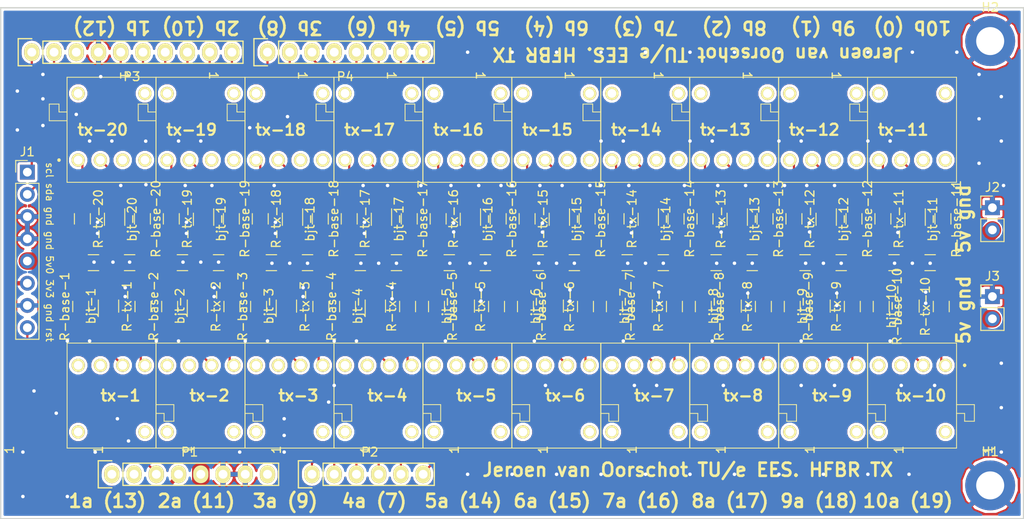
<source format=kicad_pcb>
(kicad_pcb (version 20171130) (host pcbnew "(5.0.2)-1")
  (title_block (date "lun. 30 mars 2015"))
  (layers (0 F.Cu signal) (31 B.Cu signal) (34 B.Paste user hide) (35 F.Paste user) (36 B.SilkS user) (37 F.SilkS user) (38 B.Mask user hide) (39 F.Mask user hide) (44 Edge.Cuts user))
  (net 0 "")
  (net 1 /IOREF)
  (net 2 /Reset)
  (net 3 +5V)
  (net 4 GND)
  (net 5 /Vin)
  (net 6 "Net-(P1-Pad1)")
  (net 7 "Net-(tx-13-Pad5)")
  (net 8 "Net-(tx-13-Pad4)")
  (net 9 "Net-(bjt-13-Pad2)")
  (net 10 "Net-(R-tx-13-Pad1)")
  (net 11 "Net-(tx-1-Pad5)")
  (net 12 "Net-(tx-1-Pad4)")
  (net 13 "Net-(bjt-1-Pad2)")
  (net 14 "Net-(R-tx-1-Pad1)")
  (net 15 "Net-(R-tx-2-Pad1)")
  (net 16 "Net-(bjt-2-Pad2)")
  (net 17 "Net-(tx-2-Pad4)")
  (net 18 "Net-(tx-2-Pad5)")
  (net 19 "Net-(tx-3-Pad5)")
  (net 20 "Net-(tx-3-Pad4)")
  (net 21 "Net-(bjt-3-Pad2)")
  (net 22 "Net-(R-tx-3-Pad1)")
  (net 23 "Net-(R-tx-4-Pad1)")
  (net 24 "Net-(bjt-4-Pad2)")
  (net 25 "Net-(tx-4-Pad4)")
  (net 26 "Net-(tx-4-Pad5)")
  (net 27 "Net-(tx-5-Pad5)")
  (net 28 "Net-(tx-5-Pad4)")
  (net 29 "Net-(bjt-5-Pad2)")
  (net 30 "Net-(R-tx-5-Pad1)")
  (net 31 "Net-(R-tx-6-Pad1)")
  (net 32 "Net-(bjt-6-Pad2)")
  (net 33 "Net-(tx-6-Pad4)")
  (net 34 "Net-(tx-6-Pad5)")
  (net 35 "Net-(tx-7-Pad5)")
  (net 36 "Net-(tx-7-Pad4)")
  (net 37 "Net-(bjt-7-Pad2)")
  (net 38 "Net-(R-tx-7-Pad1)")
  (net 39 "Net-(R-tx-8-Pad1)")
  (net 40 "Net-(bjt-8-Pad2)")
  (net 41 "Net-(tx-8-Pad4)")
  (net 42 "Net-(tx-8-Pad5)")
  (net 43 "Net-(tx-9-Pad5)")
  (net 44 "Net-(tx-9-Pad4)")
  (net 45 "Net-(bjt-9-Pad2)")
  (net 46 "Net-(R-tx-9-Pad1)")
  (net 47 "Net-(R-tx-10-Pad1)")
  (net 48 "Net-(bjt-10-Pad2)")
  (net 49 "Net-(tx-10-Pad4)")
  (net 50 "Net-(tx-10-Pad5)")
  (net 51 "Net-(tx-11-Pad5)")
  (net 52 "Net-(tx-11-Pad4)")
  (net 53 "Net-(bjt-11-Pad2)")
  (net 54 "Net-(R-tx-11-Pad1)")
  (net 55 "Net-(R-tx-12-Pad1)")
  (net 56 "Net-(bjt-12-Pad2)")
  (net 57 "Net-(tx-12-Pad4)")
  (net 58 "Net-(tx-12-Pad5)")
  (net 59 sig-13)
  (net 60 sig-12)
  (net 61 sig-11)
  (net 62 sig-10)
  (net 63 sig-9)
  (net 64 sig-8)
  (net 65 sig-7)
  (net 66 sig-6)
  (net 67 sig-5)
  (net 68 sig-4)
  (net 69 sig-3)
  (net 70 sig-2)
  (net 71 sig-1)
  (net 72 sig-0)
  (net 73 "Net-(R-base-8-Pad1)")
  (net 74 "Net-(R-base-3-Pad1)")
  (net 75 "Net-(R-base-9-Pad1)")
  (net 76 "Net-(R-base-10-Pad1)")
  (net 77 "Net-(R-base-13-Pad1)")
  (net 78 "Net-(R-base-12-Pad1)")
  (net 79 "Net-(R-base-11-Pad1)")
  (net 80 "Net-(R-base-7-Pad1)")
  (net 81 "Net-(R-base-1-Pad1)")
  (net 82 "Net-(R-base-2-Pad1)")
  (net 83 "Net-(R-base-4-Pad1)")
  (net 84 "Net-(R-base-5-Pad1)")
  (net 85 "Net-(R-base-6-Pad1)")
  (net 86 "Net-(P3-Pad3)")
  (net 87 "Net-(tx-1-Pad3)")
  (net 88 "Net-(tx-2-Pad3)")
  (net 89 "Net-(tx-3-Pad3)")
  (net 90 "Net-(tx-4-Pad3)")
  (net 91 "Net-(tx-5-Pad3)")
  (net 92 "Net-(tx-6-Pad3)")
  (net 93 "Net-(tx-8-Pad3)")
  (net 94 "Net-(tx-9-Pad3)")
  (net 95 "Net-(tx-10-Pad3)")
  (net 96 "Net-(tx-11-Pad3)")
  (net 97 "Net-(tx-12-Pad3)")
  (net 98 "Net-(tx-7-Pad3)")
  (net 99 "Net-(tx-13-Pad3)")
  (net 100 "Net-(tx-20-Pad5)")
  (net 101 "Net-(tx-20-Pad4)")
  (net 102 "Net-(tx-20-Pad3)")
  (net 103 "Net-(bjt-20-Pad2)")
  (net 104 "Net-(R-tx-20-Pad1)")
  (net 105 "Net-(R-tx-19-Pad1)")
  (net 106 "Net-(bjt-19-Pad2)")
  (net 107 "Net-(tx-19-Pad3)")
  (net 108 "Net-(tx-19-Pad4)")
  (net 109 "Net-(tx-19-Pad5)")
  (net 110 "Net-(tx-18-Pad5)")
  (net 111 "Net-(tx-18-Pad4)")
  (net 112 "Net-(tx-18-Pad3)")
  (net 113 "Net-(bjt-18-Pad2)")
  (net 114 "Net-(R-tx-18-Pad1)")
  (net 115 "Net-(R-tx-17-Pad1)")
  (net 116 "Net-(bjt-17-Pad2)")
  (net 117 "Net-(tx-17-Pad3)")
  (net 118 "Net-(tx-17-Pad4)")
  (net 119 "Net-(tx-17-Pad5)")
  (net 120 "Net-(tx-16-Pad5)")
  (net 121 "Net-(tx-16-Pad4)")
  (net 122 "Net-(tx-16-Pad3)")
  (net 123 "Net-(bjt-16-Pad2)")
  (net 124 "Net-(R-tx-16-Pad1)")
  (net 125 "Net-(R-tx-15-Pad1)")
  (net 126 "Net-(bjt-15-Pad2)")
  (net 127 "Net-(tx-15-Pad3)")
  (net 128 "Net-(tx-15-Pad4)")
  (net 129 "Net-(tx-15-Pad5)")
  (net 130 "Net-(tx-14-Pad5)")
  (net 131 "Net-(tx-14-Pad4)")
  (net 132 "Net-(tx-14-Pad3)")
  (net 133 "Net-(bjt-14-Pad2)")
  (net 134 "Net-(R-tx-14-Pad1)")
  (net 135 sig-14)
  (net 136 sig-15)
  (net 137 sig-16)
  (net 138 sig-17)
  (net 139 sig-18)
  (net 140 sig-19)
  (net 141 "Net-(R-base-20-Pad1)")
  (net 142 "Net-(R-base-17-Pad1)")
  (net 143 "Net-(R-base-19-Pad1)")
  (net 144 "Net-(R-base-18-Pad1)")
  (net 145 "Net-(R-base-16-Pad1)")
  (net 146 "Net-(R-base-14-Pad1)")
  (net 147 "Net-(R-base-15-Pad1)")
  (net 148 sig-scl)
  (net 149 sig-sda)
  (net 150 +3.3V)
  (module Connector_PinHeader_2.54mm:PinHeader_1x02_P2.54mm_Vertical (layer F.Cu) (at 239.522 103.505)
    (fp_text reference J3 (at 0 -2.33) (layer F.SilkS))
    (fp_text value Conn_01x02_Male)
    (pad 1 thru_hole rect (at 0 0) (size 1.7 1.7) (drill 1) (layers *.Cu *.Mask) (net 4 GND))
    (pad 2 thru_hole oval (at 0 2.54) (size 1.7 1.7) (drill 1) (layers *.Cu *.Mask) (net 3 +5V))
  )
  (module Connector_PinHeader_2.54mm:PinHeader_1x02_P2.54mm_Vertical (layer F.Cu) (at 239.522 93.345)
    (fp_text reference J2 (at 0 -2.33) (layer F.SilkS))
    (fp_text value Conn_01x02_Male)
    (pad 1 thru_hole rect (at 0 0) (size 1.7 1.7) (drill 1) (layers *.Cu *.Mask) (net 4 GND))
    (pad 2 thru_hole oval (at 0 2.54) (size 1.7 1.7) (drill 1) (layers *.Cu *.Mask) (net 3 +5V))
  )
  (module MountingHole:MountingHole_3.2mm_M3_ISO7380_Pad (layer F.Cu) (at 239.268 125.095)
    (fp_text reference H1 (at 0 -3.85) (layer F.SilkS))
    (fp_text value MountingHole)
    (pad 1 thru_hole circle (at 0 0) (size 5.7 5.7) (drill 3.2) (layers *.Cu *.Mask) (net 4 GND))
  )
  (module MountingHole:MountingHole_3.2mm_M3_ISO7380_Pad (layer F.Cu) (at 239.268 74.295)
    (fp_text reference H2 (at 0 -3.85) (layer F.SilkS))
    (fp_text value MountingHole)
    (pad 1 thru_hole circle (at 0 0) (size 5.7 5.7) (drill 3.2) (layers *.Cu *.Mask) (net 4 GND))
  )
  (module Connector_PinHeader_2.54mm:PinHeader_1x08_P2.54mm_Vertical (layer F.Cu) (at 129.286 89.281)
    (fp_text reference J1 (at 0 -2.33) (layer F.SilkS))
    (fp_text value Conn_01x08_Male)
    (pad 1 thru_hole rect (at 0 0) (size 1.7 1.7) (drill 1) (layers *.Cu *.Mask) (net 148 sig-scl))
    (pad 2 thru_hole oval (at 0 2.54) (size 1.7 1.7) (drill 1) (layers *.Cu *.Mask) (net 149 sig-sda))
    (pad 3 thru_hole oval (at 0 5.08) (size 1.7 1.7) (drill 1) (layers *.Cu *.Mask) (net 4 GND))
    (pad 4 thru_hole oval (at 0 7.62) (size 1.7 1.7) (drill 1) (layers *.Cu *.Mask) (net 4 GND))
    (pad 5 thru_hole oval (at 0 10.16) (size 1.7 1.7) (drill 1) (layers *.Cu *.Mask) (net 3 +5V))
    (pad 6 thru_hole oval (at 0 12.7) (size 1.7 1.7) (drill 1) (layers *.Cu *.Mask) (net 150 +3.3V))
    (pad 7 thru_hole oval (at 0 15.24) (size 1.7 1.7) (drill 1) (layers *.Cu *.Mask) (net 4 GND))
    (pad 8 thru_hole oval (at 0 17.78) (size 1.7 1.7) (drill 1) (layers *.Cu *.Mask) (net 2 /Reset))
  )
  (module Capacitor_SMD:C_1206_3216Metric_Pad1.42x1.75mm_HandSolder (layer F.Cu) (at 197.8025 99.6315)
    (fp_text reference C-14 hide)
    (fp_text value C)
    (pad 2 smd roundrect (at 1.4875 0) (size 1.425 1.75) (layers F.Cu F.Paste F.Mask) (roundrect_rratio 0.175439) (net 4 GND))
    (pad 1 smd roundrect (at -1.4875 0) (size 1.425 1.75) (layers F.Cu F.Paste F.Mask) (roundrect_rratio 0.175439) (net 3 +5V))
  )
  (module Capacitor_SMD:C_1206_3216Metric_Pad1.42x1.75mm_HandSolder (layer F.Cu) (at 187.6425 99.6315)
    (fp_text reference C-15 hide)
    (fp_text value C)
    (pad 1 smd roundrect (at -1.4875 0) (size 1.425 1.75) (layers F.Cu F.Paste F.Mask) (roundrect_rratio 0.175439) (net 3 +5V))
    (pad 2 smd roundrect (at 1.4875 0) (size 1.425 1.75) (layers F.Cu F.Paste F.Mask) (roundrect_rratio 0.175439) (net 4 GND))
  )
  (module Capacitor_SMD:C_1206_3216Metric_Pad1.42x1.75mm_HandSolder (layer F.Cu) (at 177.4825 99.6315)
    (fp_text reference C-16 hide)
    (fp_text value C)
    (pad 2 smd roundrect (at 1.4875 0) (size 1.425 1.75) (layers F.Cu F.Paste F.Mask) (roundrect_rratio 0.175439) (net 4 GND))
    (pad 1 smd roundrect (at -1.4875 0) (size 1.425 1.75) (layers F.Cu F.Paste F.Mask) (roundrect_rratio 0.175439) (net 3 +5V))
  )
  (module Capacitor_SMD:C_1206_3216Metric_Pad1.42x1.75mm_HandSolder (layer F.Cu) (at 167.3225 99.6315)
    (fp_text reference C-17 hide)
    (fp_text value C)
    (pad 1 smd roundrect (at -1.4875 0) (size 1.425 1.75) (layers F.Cu F.Paste F.Mask) (roundrect_rratio 0.175439) (net 3 +5V))
    (pad 2 smd roundrect (at 1.4875 0) (size 1.425 1.75) (layers F.Cu F.Paste F.Mask) (roundrect_rratio 0.175439) (net 4 GND))
  )
  (module Capacitor_SMD:C_1206_3216Metric_Pad1.42x1.75mm_HandSolder (layer F.Cu) (at 157.1625 99.6315)
    (fp_text reference C-18 hide)
    (fp_text value C)
    (pad 2 smd roundrect (at 1.4875 0) (size 1.425 1.75) (layers F.Cu F.Paste F.Mask) (roundrect_rratio 0.175439) (net 4 GND))
    (pad 1 smd roundrect (at -1.4875 0) (size 1.425 1.75) (layers F.Cu F.Paste F.Mask) (roundrect_rratio 0.175439) (net 3 +5V))
  )
  (module Capacitor_SMD:C_1206_3216Metric_Pad1.42x1.75mm_HandSolder (layer F.Cu) (at 147.0025 99.6315)
    (fp_text reference C-19 hide)
    (fp_text value C)
    (pad 1 smd roundrect (at -1.4875 0) (size 1.425 1.75) (layers F.Cu F.Paste F.Mask) (roundrect_rratio 0.175439) (net 3 +5V))
    (pad 2 smd roundrect (at 1.4875 0) (size 1.425 1.75) (layers F.Cu F.Paste F.Mask) (roundrect_rratio 0.175439) (net 4 GND))
  )
  (module Capacitor_SMD:C_1206_3216Metric_Pad1.42x1.75mm_HandSolder (layer F.Cu) (at 136.8425 99.6315)
    (fp_text reference C-20 hide)
    (fp_text value C)
    (pad 2 smd roundrect (at 1.4875 0) (size 1.425 1.75) (layers F.Cu F.Paste F.Mask) (roundrect_rratio 0.175439) (net 4 GND))
    (pad 1 smd roundrect (at -1.4875 0) (size 1.425 1.75) (layers F.Cu F.Paste F.Mask) (roundrect_rratio 0.175439) (net 3 +5V))
  )
  (module Package_TO_SOT_SMD:SOT-343_SC-70-4_Handsoldering (layer F.Cu) (at 139.2555 94.66754 270)
    (fp_text reference bjt-20 (at 0 -2 270) (layer F.SilkS))
    (fp_text value BUT11A)
    (pad 1 smd rect (at -1.33 -0.65 270) (size 1.5 0.4) (layers F.Cu F.Paste F.Mask) (net 141 "Net-(R-base-20-Pad1)"))
    (pad 2 smd rect (at -1.33 0.65 270) (size 1.5 0.4) (layers F.Cu F.Paste F.Mask) (net 103 "Net-(bjt-20-Pad2)"))
    (pad 3 smd rect (at 1.33 0.65 270) (size 1.5 0.4) (layers F.Cu F.Paste F.Mask) (net 4 GND))
    (pad 4 smd rect (at 1.33 -0.65 270) (size 1.5 0.4) (layers F.Cu F.Paste F.Mask))
  )
  (module Package_TO_SOT_SMD:SOT-343_SC-70-4_Handsoldering (layer F.Cu) (at 149.4155 94.66754 270)
    (fp_text reference bjt-19 (at 0 -2 270) (layer F.SilkS))
    (fp_text value BUT11A)
    (pad 4 smd rect (at 1.33 -0.65 270) (size 1.5 0.4) (layers F.Cu F.Paste F.Mask))
    (pad 3 smd rect (at 1.33 0.65 270) (size 1.5 0.4) (layers F.Cu F.Paste F.Mask) (net 4 GND))
    (pad 2 smd rect (at -1.33 0.65 270) (size 1.5 0.4) (layers F.Cu F.Paste F.Mask) (net 106 "Net-(bjt-19-Pad2)"))
    (pad 1 smd rect (at -1.33 -0.65 270) (size 1.5 0.4) (layers F.Cu F.Paste F.Mask) (net 143 "Net-(R-base-19-Pad1)"))
  )
  (module Package_TO_SOT_SMD:SOT-343_SC-70-4_Handsoldering (layer F.Cu) (at 159.5755 94.66754 270)
    (fp_text reference bjt-18 (at 0 -2 270) (layer F.SilkS))
    (fp_text value BUT11A)
    (pad 1 smd rect (at -1.33 -0.65 270) (size 1.5 0.4) (layers F.Cu F.Paste F.Mask) (net 144 "Net-(R-base-18-Pad1)"))
    (pad 2 smd rect (at -1.33 0.65 270) (size 1.5 0.4) (layers F.Cu F.Paste F.Mask) (net 113 "Net-(bjt-18-Pad2)"))
    (pad 3 smd rect (at 1.33 0.65 270) (size 1.5 0.4) (layers F.Cu F.Paste F.Mask) (net 4 GND))
    (pad 4 smd rect (at 1.33 -0.65 270) (size 1.5 0.4) (layers F.Cu F.Paste F.Mask))
  )
  (module Package_TO_SOT_SMD:SOT-343_SC-70-4_Handsoldering (layer F.Cu) (at 169.7355 94.66754 270)
    (fp_text reference bjt-17 (at 0 -2 270) (layer F.SilkS))
    (fp_text value BUT11A)
    (pad 4 smd rect (at 1.33 -0.65 270) (size 1.5 0.4) (layers F.Cu F.Paste F.Mask))
    (pad 3 smd rect (at 1.33 0.65 270) (size 1.5 0.4) (layers F.Cu F.Paste F.Mask) (net 4 GND))
    (pad 2 smd rect (at -1.33 0.65 270) (size 1.5 0.4) (layers F.Cu F.Paste F.Mask) (net 116 "Net-(bjt-17-Pad2)"))
    (pad 1 smd rect (at -1.33 -0.65 270) (size 1.5 0.4) (layers F.Cu F.Paste F.Mask) (net 142 "Net-(R-base-17-Pad1)"))
  )
  (module Package_TO_SOT_SMD:SOT-343_SC-70-4_Handsoldering (layer F.Cu) (at 179.8955 94.66754 270)
    (fp_text reference bjt-16 (at 0 -2 270) (layer F.SilkS))
    (fp_text value BUT11A)
    (pad 1 smd rect (at -1.33 -0.65 270) (size 1.5 0.4) (layers F.Cu F.Paste F.Mask) (net 145 "Net-(R-base-16-Pad1)"))
    (pad 2 smd rect (at -1.33 0.65 270) (size 1.5 0.4) (layers F.Cu F.Paste F.Mask) (net 123 "Net-(bjt-16-Pad2)"))
    (pad 3 smd rect (at 1.33 0.65 270) (size 1.5 0.4) (layers F.Cu F.Paste F.Mask) (net 4 GND))
    (pad 4 smd rect (at 1.33 -0.65 270) (size 1.5 0.4) (layers F.Cu F.Paste F.Mask))
  )
  (module Package_TO_SOT_SMD:SOT-343_SC-70-4_Handsoldering (layer F.Cu) (at 190.0555 94.66754 270)
    (fp_text reference bjt-15 (at 0 -2 270) (layer F.SilkS))
    (fp_text value BUT11A)
    (pad 4 smd rect (at 1.33 -0.65 270) (size 1.5 0.4) (layers F.Cu F.Paste F.Mask))
    (pad 3 smd rect (at 1.33 0.65 270) (size 1.5 0.4) (layers F.Cu F.Paste F.Mask) (net 4 GND))
    (pad 2 smd rect (at -1.33 0.65 270) (size 1.5 0.4) (layers F.Cu F.Paste F.Mask) (net 126 "Net-(bjt-15-Pad2)"))
    (pad 1 smd rect (at -1.33 -0.65 270) (size 1.5 0.4) (layers F.Cu F.Paste F.Mask) (net 147 "Net-(R-base-15-Pad1)"))
  )
  (module Package_TO_SOT_SMD:SOT-343_SC-70-4_Handsoldering (layer F.Cu) (at 200.2155 94.66754 270)
    (fp_text reference bjt-14 (at 0 -2 270) (layer F.SilkS))
    (fp_text value BUT11A)
    (pad 1 smd rect (at -1.33 -0.65 270) (size 1.5 0.4) (layers F.Cu F.Paste F.Mask) (net 146 "Net-(R-base-14-Pad1)"))
    (pad 2 smd rect (at -1.33 0.65 270) (size 1.5 0.4) (layers F.Cu F.Paste F.Mask) (net 133 "Net-(bjt-14-Pad2)"))
    (pad 3 smd rect (at 1.33 0.65 270) (size 1.5 0.4) (layers F.Cu F.Paste F.Mask) (net 4 GND))
    (pad 4 smd rect (at 1.33 -0.65 270) (size 1.5 0.4) (layers F.Cu F.Paste F.Mask))
  )
  (module Resistor_SMD:R_1206_3216Metric_Pad1.42x1.75mm_HandSolder (layer F.Cu) (at 196.5325 94.61754 270)
    (fp_text reference R-tx-14 (at 0 -1.82 270) (layer F.SilkS))
    (fp_text value 50)
    (pad 2 smd roundrect (at 1.4875 0 270) (size 1.425 1.75) (layers F.Cu F.Paste F.Mask) (roundrect_rratio 0.175439) (net 3 +5V))
    (pad 1 smd roundrect (at -1.4875 0 270) (size 1.425 1.75) (layers F.Cu F.Paste F.Mask) (roundrect_rratio 0.175439) (net 134 "Net-(R-tx-14-Pad1)"))
  )
  (module Resistor_SMD:R_1206_3216Metric_Pad1.42x1.75mm_HandSolder (layer F.Cu) (at 186.3725 94.61754 270)
    (fp_text reference R-tx-15 (at 0 -1.82 270) (layer F.SilkS))
    (fp_text value 50)
    (pad 1 smd roundrect (at -1.4875 0 270) (size 1.425 1.75) (layers F.Cu F.Paste F.Mask) (roundrect_rratio 0.175439) (net 125 "Net-(R-tx-15-Pad1)"))
    (pad 2 smd roundrect (at 1.4875 0 270) (size 1.425 1.75) (layers F.Cu F.Paste F.Mask) (roundrect_rratio 0.175439) (net 3 +5V))
  )
  (module Resistor_SMD:R_1206_3216Metric_Pad1.42x1.75mm_HandSolder (layer F.Cu) (at 193.2305 94.61754 90)
    (fp_text reference R-base-15 (at 0 1.5455 90) (layer F.SilkS))
    (fp_text value 2k)
    (pad 2 smd roundrect (at 1.4875 0 90) (size 1.425 1.75) (layers F.Cu F.Paste F.Mask) (roundrect_rratio 0.175439) (net 68 sig-4))
    (pad 1 smd roundrect (at -1.4875 0 90) (size 1.425 1.75) (layers F.Cu F.Paste F.Mask) (roundrect_rratio 0.175439) (net 147 "Net-(R-base-15-Pad1)"))
  )
  (module Resistor_SMD:R_1206_3216Metric_Pad1.42x1.75mm_HandSolder (layer F.Cu) (at 135.5725 94.61754 270)
    (fp_text reference R-tx-20 (at 0 -1.82 270) (layer F.SilkS))
    (fp_text value 50)
    (pad 2 smd roundrect (at 1.4875 0 270) (size 1.425 1.75) (layers F.Cu F.Paste F.Mask) (roundrect_rratio 0.175439) (net 3 +5V))
    (pad 1 smd roundrect (at -1.4875 0 270) (size 1.425 1.75) (layers F.Cu F.Paste F.Mask) (roundrect_rratio 0.175439) (net 104 "Net-(R-tx-20-Pad1)"))
  )
  (module Resistor_SMD:R_1206_3216Metric_Pad1.42x1.75mm_HandSolder (layer F.Cu) (at 145.7325 94.61754 270)
    (fp_text reference R-tx-19 (at 0 -1.82 270) (layer F.SilkS))
    (fp_text value 50)
    (pad 1 smd roundrect (at -1.4875 0 270) (size 1.425 1.75) (layers F.Cu F.Paste F.Mask) (roundrect_rratio 0.175439) (net 105 "Net-(R-tx-19-Pad1)"))
    (pad 2 smd roundrect (at 1.4875 0 270) (size 1.425 1.75) (layers F.Cu F.Paste F.Mask) (roundrect_rratio 0.175439) (net 3 +5V))
  )
  (module Resistor_SMD:R_1206_3216Metric_Pad1.42x1.75mm_HandSolder (layer F.Cu) (at 155.8925 94.61754 270)
    (fp_text reference R-tx-18 (at 0 -1.82 270) (layer F.SilkS))
    (fp_text value 50)
    (pad 2 smd roundrect (at 1.4875 0 270) (size 1.425 1.75) (layers F.Cu F.Paste F.Mask) (roundrect_rratio 0.175439) (net 3 +5V))
    (pad 1 smd roundrect (at -1.4875 0 270) (size 1.425 1.75) (layers F.Cu F.Paste F.Mask) (roundrect_rratio 0.175439) (net 114 "Net-(R-tx-18-Pad1)"))
  )
  (module Resistor_SMD:R_1206_3216Metric_Pad1.42x1.75mm_HandSolder (layer F.Cu) (at 166.0525 94.61754 270)
    (fp_text reference R-tx-17 (at 0 -1.82 270) (layer F.SilkS))
    (fp_text value 50)
    (pad 1 smd roundrect (at -1.4875 0 270) (size 1.425 1.75) (layers F.Cu F.Paste F.Mask) (roundrect_rratio 0.175439) (net 115 "Net-(R-tx-17-Pad1)"))
    (pad 2 smd roundrect (at 1.4875 0 270) (size 1.425 1.75) (layers F.Cu F.Paste F.Mask) (roundrect_rratio 0.175439) (net 3 +5V))
  )
  (module Resistor_SMD:R_1206_3216Metric_Pad1.42x1.75mm_HandSolder (layer F.Cu) (at 203.3905 94.61754 90)
    (fp_text reference R-base-14 (at 0 1.5455 90) (layer F.SilkS))
    (fp_text value 2k)
    (pad 2 smd roundrect (at 1.4875 0 90) (size 1.425 1.75) (layers F.Cu F.Paste F.Mask) (roundrect_rratio 0.175439) (net 69 sig-3))
    (pad 1 smd roundrect (at -1.4875 0 90) (size 1.425 1.75) (layers F.Cu F.Paste F.Mask) (roundrect_rratio 0.175439) (net 146 "Net-(R-base-14-Pad1)"))
  )
  (module Resistor_SMD:R_1206_3216Metric_Pad1.42x1.75mm_HandSolder (layer F.Cu) (at 183.0705 94.61754 90)
    (fp_text reference R-base-16 (at 0 1.5455 90) (layer F.SilkS))
    (fp_text value 2k)
    (pad 1 smd roundrect (at -1.4875 0 90) (size 1.425 1.75) (layers F.Cu F.Paste F.Mask) (roundrect_rratio 0.175439) (net 145 "Net-(R-base-16-Pad1)"))
    (pad 2 smd roundrect (at 1.4875 0 90) (size 1.425 1.75) (layers F.Cu F.Paste F.Mask) (roundrect_rratio 0.175439) (net 67 sig-5))
  )
  (module Resistor_SMD:R_1206_3216Metric_Pad1.42x1.75mm_HandSolder (layer F.Cu) (at 162.7505 94.61754 90)
    (fp_text reference R-base-18 (at 0 1.5455 90) (layer F.SilkS))
    (fp_text value 2k)
    (pad 2 smd roundrect (at 1.4875 0 90) (size 1.425 1.75) (layers F.Cu F.Paste F.Mask) (roundrect_rratio 0.175439) (net 64 sig-8))
    (pad 1 smd roundrect (at -1.4875 0 90) (size 1.425 1.75) (layers F.Cu F.Paste F.Mask) (roundrect_rratio 0.175439) (net 144 "Net-(R-base-18-Pad1)"))
  )
  (module Resistor_SMD:R_1206_3216Metric_Pad1.42x1.75mm_HandSolder (layer F.Cu) (at 152.5905 94.61754 90)
    (fp_text reference R-base-19 (at 0 1.5455 90) (layer F.SilkS))
    (fp_text value 2k)
    (pad 1 smd roundrect (at -1.4875 0 90) (size 1.425 1.75) (layers F.Cu F.Paste F.Mask) (roundrect_rratio 0.175439) (net 143 "Net-(R-base-19-Pad1)"))
    (pad 2 smd roundrect (at 1.4875 0 90) (size 1.425 1.75) (layers F.Cu F.Paste F.Mask) (roundrect_rratio 0.175439) (net 62 sig-10))
  )
  (module Resistor_SMD:R_1206_3216Metric_Pad1.42x1.75mm_HandSolder (layer F.Cu) (at 176.2125 94.61754 270)
    (fp_text reference R-tx-16 (at -0.01778 -1.74888 270) (layer F.SilkS))
    (fp_text value 50)
    (pad 1 smd roundrect (at -1.4875 0 270) (size 1.425 1.75) (layers F.Cu F.Paste F.Mask) (roundrect_rratio 0.175439) (net 124 "Net-(R-tx-16-Pad1)"))
    (pad 2 smd roundrect (at 1.4875 0 270) (size 1.425 1.75) (layers F.Cu F.Paste F.Mask) (roundrect_rratio 0.175439) (net 3 +5V))
  )
  (module Resistor_SMD:R_1206_3216Metric_Pad1.42x1.75mm_HandSolder (layer F.Cu) (at 172.9105 94.61754 90)
    (fp_text reference R-base-17 (at 0 1.5455 90) (layer F.SilkS))
    (fp_text value 2k)
    (pad 2 smd roundrect (at 1.4875 0 90) (size 1.425 1.75) (layers F.Cu F.Paste F.Mask) (roundrect_rratio 0.175439) (net 66 sig-6))
    (pad 1 smd roundrect (at -1.4875 0 90) (size 1.425 1.75) (layers F.Cu F.Paste F.Mask) (roundrect_rratio 0.175439) (net 142 "Net-(R-base-17-Pad1)"))
  )
  (module Resistor_SMD:R_1206_3216Metric_Pad1.42x1.75mm_HandSolder (layer F.Cu) (at 142.4305 94.61754 90)
    (fp_text reference R-base-20 (at 0 1.5455 90) (layer F.SilkS))
    (fp_text value 2k)
    (pad 1 smd roundrect (at -1.4875 0 90) (size 1.425 1.75) (layers F.Cu F.Paste F.Mask) (roundrect_rratio 0.175439) (net 141 "Net-(R-base-20-Pad1)"))
    (pad 2 smd roundrect (at 1.4875 0 90) (size 1.425 1.75) (layers F.Cu F.Paste F.Mask) (roundrect_rratio 0.175439) (net 60 sig-12))
  )
  (module hfbr:HFBR1521Z (layer F.Cu) (at 199.863499 87.899999 180)
    (fp_text reference tx-14 (at 1.015 3.465 180) (layer F.SilkS) (effects (font (size 1.27 1.27) (thickness 0.254))))
    (fp_text value HFBR-1521Z hide)
    (pad 6 thru_hole circle (at 3.81 7.62 270) (size 1.515 1.515) (drill 1.01) (layers *.Cu *.Mask F.SilkS))
    (pad 5 thru_hole circle (at -3.81 7.62 270) (size 1.515 1.515) (drill 1.01) (layers *.Cu *.Mask F.SilkS) (net 130 "Net-(tx-14-Pad5)"))
    (pad 4 thru_hole circle (at -3.81 0 270) (size 1.515 1.515) (drill 1.01) (layers *.Cu *.Mask F.SilkS) (net 131 "Net-(tx-14-Pad4)"))
    (pad 3 thru_hole circle (at -1.27 0 270) (size 1.515 1.515) (drill 1.01) (layers *.Cu *.Mask F.SilkS) (net 132 "Net-(tx-14-Pad3)"))
    (pad 2 thru_hole circle (at 1.27 0 270) (size 1.515 1.515) (drill 1.01) (layers *.Cu *.Mask F.SilkS) (net 133 "Net-(bjt-14-Pad2)"))
    (pad 1 thru_hole circle (at 3.81 0 270) (size 1.515 1.515) (drill 1.01) (layers *.Cu *.Mask F.SilkS) (net 134 "Net-(R-tx-14-Pad1)"))
  )
  (module hfbr:HFBR1521Z (layer F.Cu) (at 189.703499 87.899999 180)
    (fp_text reference tx-15 (at 1.015 3.465 180) (layer F.SilkS) (effects (font (size 1.27 1.27) (thickness 0.254))))
    (fp_text value HFBR-1521Z hide)
    (pad 1 thru_hole circle (at 3.81 0 270) (size 1.515 1.515) (drill 1.01) (layers *.Cu *.Mask F.SilkS) (net 125 "Net-(R-tx-15-Pad1)"))
    (pad 2 thru_hole circle (at 1.27 0 270) (size 1.515 1.515) (drill 1.01) (layers *.Cu *.Mask F.SilkS) (net 126 "Net-(bjt-15-Pad2)"))
    (pad 3 thru_hole circle (at -1.27 0 270) (size 1.515 1.515) (drill 1.01) (layers *.Cu *.Mask F.SilkS) (net 127 "Net-(tx-15-Pad3)"))
    (pad 4 thru_hole circle (at -3.81 0 270) (size 1.515 1.515) (drill 1.01) (layers *.Cu *.Mask F.SilkS) (net 128 "Net-(tx-15-Pad4)"))
    (pad 5 thru_hole circle (at -3.81 7.62 270) (size 1.515 1.515) (drill 1.01) (layers *.Cu *.Mask F.SilkS) (net 129 "Net-(tx-15-Pad5)"))
    (pad 6 thru_hole circle (at 3.81 7.62 270) (size 1.515 1.515) (drill 1.01) (layers *.Cu *.Mask F.SilkS))
  )
  (module hfbr:HFBR1521Z (layer F.Cu) (at 179.543499 87.899999 180)
    (fp_text reference tx-16 (at 1.015 3.465 180) (layer F.SilkS) (effects (font (size 1.27 1.27) (thickness 0.254))))
    (fp_text value HFBR-1521Z hide)
    (pad 6 thru_hole circle (at 3.81 7.62 270) (size 1.515 1.515) (drill 1.01) (layers *.Cu *.Mask F.SilkS))
    (pad 5 thru_hole circle (at -3.81 7.62 270) (size 1.515 1.515) (drill 1.01) (layers *.Cu *.Mask F.SilkS) (net 120 "Net-(tx-16-Pad5)"))
    (pad 4 thru_hole circle (at -3.81 0 270) (size 1.515 1.515) (drill 1.01) (layers *.Cu *.Mask F.SilkS) (net 121 "Net-(tx-16-Pad4)"))
    (pad 3 thru_hole circle (at -1.27 0 270) (size 1.515 1.515) (drill 1.01) (layers *.Cu *.Mask F.SilkS) (net 122 "Net-(tx-16-Pad3)"))
    (pad 2 thru_hole circle (at 1.27 0 270) (size 1.515 1.515) (drill 1.01) (layers *.Cu *.Mask F.SilkS) (net 123 "Net-(bjt-16-Pad2)"))
    (pad 1 thru_hole circle (at 3.81 0 270) (size 1.515 1.515) (drill 1.01) (layers *.Cu *.Mask F.SilkS) (net 124 "Net-(R-tx-16-Pad1)"))
  )
  (module hfbr:HFBR1521Z (layer F.Cu) (at 169.383499 87.899999 180)
    (fp_text reference tx-17 (at 1.015 3.465 180) (layer F.SilkS) (effects (font (size 1.27 1.27) (thickness 0.254))))
    (fp_text value HFBR-1521Z hide)
    (pad 1 thru_hole circle (at 3.81 0 270) (size 1.515 1.515) (drill 1.01) (layers *.Cu *.Mask F.SilkS) (net 115 "Net-(R-tx-17-Pad1)"))
    (pad 2 thru_hole circle (at 1.27 0 270) (size 1.515 1.515) (drill 1.01) (layers *.Cu *.Mask F.SilkS) (net 116 "Net-(bjt-17-Pad2)"))
    (pad 3 thru_hole circle (at -1.27 0 270) (size 1.515 1.515) (drill 1.01) (layers *.Cu *.Mask F.SilkS) (net 117 "Net-(tx-17-Pad3)"))
    (pad 4 thru_hole circle (at -3.81 0 270) (size 1.515 1.515) (drill 1.01) (layers *.Cu *.Mask F.SilkS) (net 118 "Net-(tx-17-Pad4)"))
    (pad 5 thru_hole circle (at -3.81 7.62 270) (size 1.515 1.515) (drill 1.01) (layers *.Cu *.Mask F.SilkS) (net 119 "Net-(tx-17-Pad5)"))
    (pad 6 thru_hole circle (at 3.81 7.62 270) (size 1.515 1.515) (drill 1.01) (layers *.Cu *.Mask F.SilkS))
  )
  (module hfbr:HFBR1521Z (layer F.Cu) (at 159.223499 87.899999 180)
    (fp_text reference tx-18 (at 1.015 3.465 180) (layer F.SilkS) (effects (font (size 1.27 1.27) (thickness 0.254))))
    (fp_text value HFBR-1521Z hide)
    (pad 6 thru_hole circle (at 3.81 7.62 270) (size 1.515 1.515) (drill 1.01) (layers *.Cu *.Mask F.SilkS))
    (pad 5 thru_hole circle (at -3.81 7.62 270) (size 1.515 1.515) (drill 1.01) (layers *.Cu *.Mask F.SilkS) (net 110 "Net-(tx-18-Pad5)"))
    (pad 4 thru_hole circle (at -3.81 0 270) (size 1.515 1.515) (drill 1.01) (layers *.Cu *.Mask F.SilkS) (net 111 "Net-(tx-18-Pad4)"))
    (pad 3 thru_hole circle (at -1.27 0 270) (size 1.515 1.515) (drill 1.01) (layers *.Cu *.Mask F.SilkS) (net 112 "Net-(tx-18-Pad3)"))
    (pad 2 thru_hole circle (at 1.27 0 270) (size 1.515 1.515) (drill 1.01) (layers *.Cu *.Mask F.SilkS) (net 113 "Net-(bjt-18-Pad2)"))
    (pad 1 thru_hole circle (at 3.81 0 270) (size 1.515 1.515) (drill 1.01) (layers *.Cu *.Mask F.SilkS) (net 114 "Net-(R-tx-18-Pad1)"))
  )
  (module hfbr:HFBR1521Z (layer F.Cu) (at 149.063499 87.899999 180)
    (fp_text reference tx-19 (at 1.015 3.465 180) (layer F.SilkS) (effects (font (size 1.27 1.27) (thickness 0.254))))
    (fp_text value HFBR-1521Z hide)
    (pad 1 thru_hole circle (at 3.81 0 270) (size 1.515 1.515) (drill 1.01) (layers *.Cu *.Mask F.SilkS) (net 105 "Net-(R-tx-19-Pad1)"))
    (pad 2 thru_hole circle (at 1.27 0 270) (size 1.515 1.515) (drill 1.01) (layers *.Cu *.Mask F.SilkS) (net 106 "Net-(bjt-19-Pad2)"))
    (pad 3 thru_hole circle (at -1.27 0 270) (size 1.515 1.515) (drill 1.01) (layers *.Cu *.Mask F.SilkS) (net 107 "Net-(tx-19-Pad3)"))
    (pad 4 thru_hole circle (at -3.81 0 270) (size 1.515 1.515) (drill 1.01) (layers *.Cu *.Mask F.SilkS) (net 108 "Net-(tx-19-Pad4)"))
    (pad 5 thru_hole circle (at -3.81 7.62 270) (size 1.515 1.515) (drill 1.01) (layers *.Cu *.Mask F.SilkS) (net 109 "Net-(tx-19-Pad5)"))
    (pad 6 thru_hole circle (at 3.81 7.62 270) (size 1.515 1.515) (drill 1.01) (layers *.Cu *.Mask F.SilkS))
  )
  (module hfbr:HFBR1521Z (layer F.Cu) (at 138.903499 87.899999 180)
    (fp_text reference tx-20 (at 1.015 3.465 180) (layer F.SilkS) (effects (font (size 1.27 1.27) (thickness 0.254))))
    (fp_text value HFBR-1521Z hide)
    (pad 6 thru_hole circle (at 3.81 7.62 270) (size 1.515 1.515) (drill 1.01) (layers *.Cu *.Mask F.SilkS))
    (pad 5 thru_hole circle (at -3.81 7.62 270) (size 1.515 1.515) (drill 1.01) (layers *.Cu *.Mask F.SilkS) (net 100 "Net-(tx-20-Pad5)"))
    (pad 4 thru_hole circle (at -3.81 0 270) (size 1.515 1.515) (drill 1.01) (layers *.Cu *.Mask F.SilkS) (net 101 "Net-(tx-20-Pad4)"))
    (pad 3 thru_hole circle (at -1.27 0 270) (size 1.515 1.515) (drill 1.01) (layers *.Cu *.Mask F.SilkS) (net 102 "Net-(tx-20-Pad3)"))
    (pad 2 thru_hole circle (at 1.27 0 270) (size 1.515 1.515) (drill 1.01) (layers *.Cu *.Mask F.SilkS) (net 103 "Net-(bjt-20-Pad2)"))
    (pad 1 thru_hole circle (at 3.81 0 270) (size 1.515 1.515) (drill 1.01) (layers *.Cu *.Mask F.SilkS) (net 104 "Net-(R-tx-20-Pad1)"))
  )
  (module hfbr:HFBR1521Z (layer F.Cu) (at 210.023499 87.899999 180)
    (fp_text reference tx-13 (at 1.015 3.465 180) (layer F.SilkS) (effects (font (size 1.27 1.27) (thickness 0.254))))
    (fp_text value HFBR-1521Z hide)
    (pad 6 thru_hole circle (at 3.81 7.62 270) (size 1.515 1.515) (drill 1.01) (layers *.Cu *.Mask F.SilkS))
    (pad 5 thru_hole circle (at -3.81 7.62 270) (size 1.515 1.515) (drill 1.01) (layers *.Cu *.Mask F.SilkS) (net 7 "Net-(tx-13-Pad5)"))
    (pad 4 thru_hole circle (at -3.81 0 270) (size 1.515 1.515) (drill 1.01) (layers *.Cu *.Mask F.SilkS) (net 8 "Net-(tx-13-Pad4)"))
    (pad 3 thru_hole circle (at -1.27 0 270) (size 1.515 1.515) (drill 1.01) (layers *.Cu *.Mask F.SilkS) (net 99 "Net-(tx-13-Pad3)"))
    (pad 2 thru_hole circle (at 1.27 0 270) (size 1.515 1.515) (drill 1.01) (layers *.Cu *.Mask F.SilkS) (net 9 "Net-(bjt-13-Pad2)"))
    (pad 1 thru_hole circle (at 3.81 0 270) (size 1.515 1.515) (drill 1.01) (layers *.Cu *.Mask F.SilkS) (net 10 "Net-(R-tx-13-Pad1)"))
  )
  (module hfbr:HFBR1521Z (layer F.Cu) (at 199.869001 111.363001)
    (fp_text reference tx-7 (at 1.015 3.465) (layer F.SilkS) (effects (font (size 1.27 1.27) (thickness 0.254))))
    (fp_text value HFBR-1521Z hide)
    (pad 1 thru_hole circle (at 3.81 0 90) (size 1.515 1.515) (drill 1.01) (layers *.Cu *.Mask F.SilkS) (net 38 "Net-(R-tx-7-Pad1)"))
    (pad 2 thru_hole circle (at 1.27 0 90) (size 1.515 1.515) (drill 1.01) (layers *.Cu *.Mask F.SilkS) (net 37 "Net-(bjt-7-Pad2)"))
    (pad 3 thru_hole circle (at -1.27 0 90) (size 1.515 1.515) (drill 1.01) (layers *.Cu *.Mask F.SilkS) (net 98 "Net-(tx-7-Pad3)"))
    (pad 4 thru_hole circle (at -3.81 0 90) (size 1.515 1.515) (drill 1.01) (layers *.Cu *.Mask F.SilkS) (net 36 "Net-(tx-7-Pad4)"))
    (pad 5 thru_hole circle (at -3.81 7.62 90) (size 1.515 1.515) (drill 1.01) (layers *.Cu *.Mask F.SilkS) (net 35 "Net-(tx-7-Pad5)"))
    (pad 6 thru_hole circle (at 3.81 7.62 90) (size 1.515 1.515) (drill 1.01) (layers *.Cu *.Mask F.SilkS))
  )
  (module hfbr:HFBR1521Z (layer F.Cu) (at 220.183499 87.899999 180)
    (fp_text reference tx-12 (at 1.015 3.465 180) (layer F.SilkS) (effects (font (size 1.27 1.27) (thickness 0.254))))
    (fp_text value HFBR-1521Z hide)
    (pad 6 thru_hole circle (at 3.81 7.62 270) (size 1.515 1.515) (drill 1.01) (layers *.Cu *.Mask F.SilkS))
    (pad 5 thru_hole circle (at -3.81 7.62 270) (size 1.515 1.515) (drill 1.01) (layers *.Cu *.Mask F.SilkS) (net 58 "Net-(tx-12-Pad5)"))
    (pad 4 thru_hole circle (at -3.81 0 270) (size 1.515 1.515) (drill 1.01) (layers *.Cu *.Mask F.SilkS) (net 57 "Net-(tx-12-Pad4)"))
    (pad 3 thru_hole circle (at -1.27 0 270) (size 1.515 1.515) (drill 1.01) (layers *.Cu *.Mask F.SilkS) (net 97 "Net-(tx-12-Pad3)"))
    (pad 2 thru_hole circle (at 1.27 0 270) (size 1.515 1.515) (drill 1.01) (layers *.Cu *.Mask F.SilkS) (net 56 "Net-(bjt-12-Pad2)"))
    (pad 1 thru_hole circle (at 3.81 0 270) (size 1.515 1.515) (drill 1.01) (layers *.Cu *.Mask F.SilkS) (net 55 "Net-(R-tx-12-Pad1)"))
  )
  (module hfbr:HFBR1521Z (layer F.Cu) (at 230.343499 87.899999 180)
    (fp_text reference tx-11 (at 1.015 3.465 180) (layer F.SilkS) (effects (font (size 1.27 1.27) (thickness 0.254))))
    (fp_text value HFBR-1521Z hide)
    (pad 1 thru_hole circle (at 3.81 0 270) (size 1.515 1.515) (drill 1.01) (layers *.Cu *.Mask F.SilkS) (net 54 "Net-(R-tx-11-Pad1)"))
    (pad 2 thru_hole circle (at 1.27 0 270) (size 1.515 1.515) (drill 1.01) (layers *.Cu *.Mask F.SilkS) (net 53 "Net-(bjt-11-Pad2)"))
    (pad 3 thru_hole circle (at -1.27 0 270) (size 1.515 1.515) (drill 1.01) (layers *.Cu *.Mask F.SilkS) (net 96 "Net-(tx-11-Pad3)"))
    (pad 4 thru_hole circle (at -3.81 0 270) (size 1.515 1.515) (drill 1.01) (layers *.Cu *.Mask F.SilkS) (net 52 "Net-(tx-11-Pad4)"))
    (pad 5 thru_hole circle (at -3.81 7.62 270) (size 1.515 1.515) (drill 1.01) (layers *.Cu *.Mask F.SilkS) (net 51 "Net-(tx-11-Pad5)"))
    (pad 6 thru_hole circle (at 3.81 7.62 270) (size 1.515 1.515) (drill 1.01) (layers *.Cu *.Mask F.SilkS))
  )
  (module hfbr:HFBR1521Z (layer F.Cu) (at 230.349001 111.363001)
    (fp_text reference tx-10 (at 1.015 3.465) (layer F.SilkS) (effects (font (size 1.27 1.27) (thickness 0.254))))
    (fp_text value HFBR-1521Z hide)
    (pad 6 thru_hole circle (at 3.81 7.62 90) (size 1.515 1.515) (drill 1.01) (layers *.Cu *.Mask F.SilkS))
    (pad 5 thru_hole circle (at -3.81 7.62 90) (size 1.515 1.515) (drill 1.01) (layers *.Cu *.Mask F.SilkS) (net 50 "Net-(tx-10-Pad5)"))
    (pad 4 thru_hole circle (at -3.81 0 90) (size 1.515 1.515) (drill 1.01) (layers *.Cu *.Mask F.SilkS) (net 49 "Net-(tx-10-Pad4)"))
    (pad 3 thru_hole circle (at -1.27 0 90) (size 1.515 1.515) (drill 1.01) (layers *.Cu *.Mask F.SilkS) (net 95 "Net-(tx-10-Pad3)"))
    (pad 2 thru_hole circle (at 1.27 0 90) (size 1.515 1.515) (drill 1.01) (layers *.Cu *.Mask F.SilkS) (net 48 "Net-(bjt-10-Pad2)"))
    (pad 1 thru_hole circle (at 3.81 0 90) (size 1.515 1.515) (drill 1.01) (layers *.Cu *.Mask F.SilkS) (net 47 "Net-(R-tx-10-Pad1)"))
  )
  (module hfbr:HFBR1521Z (layer F.Cu) (at 220.189001 111.363001)
    (fp_text reference tx-9 (at 1.015 3.465) (layer F.SilkS) (effects (font (size 1.27 1.27) (thickness 0.254))))
    (fp_text value HFBR-1521Z hide)
    (pad 1 thru_hole circle (at 3.81 0 90) (size 1.515 1.515) (drill 1.01) (layers *.Cu *.Mask F.SilkS) (net 46 "Net-(R-tx-9-Pad1)"))
    (pad 2 thru_hole circle (at 1.27 0 90) (size 1.515 1.515) (drill 1.01) (layers *.Cu *.Mask F.SilkS) (net 45 "Net-(bjt-9-Pad2)"))
    (pad 3 thru_hole circle (at -1.27 0 90) (size 1.515 1.515) (drill 1.01) (layers *.Cu *.Mask F.SilkS) (net 94 "Net-(tx-9-Pad3)"))
    (pad 4 thru_hole circle (at -3.81 0 90) (size 1.515 1.515) (drill 1.01) (layers *.Cu *.Mask F.SilkS) (net 44 "Net-(tx-9-Pad4)"))
    (pad 5 thru_hole circle (at -3.81 7.62 90) (size 1.515 1.515) (drill 1.01) (layers *.Cu *.Mask F.SilkS) (net 43 "Net-(tx-9-Pad5)"))
    (pad 6 thru_hole circle (at 3.81 7.62 90) (size 1.515 1.515) (drill 1.01) (layers *.Cu *.Mask F.SilkS))
  )
  (module hfbr:HFBR1521Z (layer F.Cu) (at 210.029001 111.363001)
    (fp_text reference tx-8 (at 1.015 3.465) (layer F.SilkS) (effects (font (size 1.27 1.27) (thickness 0.254))))
    (fp_text value HFBR-1521Z hide)
    (pad 6 thru_hole circle (at 3.81 7.62 90) (size 1.515 1.515) (drill 1.01) (layers *.Cu *.Mask F.SilkS))
    (pad 5 thru_hole circle (at -3.81 7.62 90) (size 1.515 1.515) (drill 1.01) (layers *.Cu *.Mask F.SilkS) (net 42 "Net-(tx-8-Pad5)"))
    (pad 4 thru_hole circle (at -3.81 0 90) (size 1.515 1.515) (drill 1.01) (layers *.Cu *.Mask F.SilkS) (net 41 "Net-(tx-8-Pad4)"))
    (pad 3 thru_hole circle (at -1.27 0 90) (size 1.515 1.515) (drill 1.01) (layers *.Cu *.Mask F.SilkS) (net 93 "Net-(tx-8-Pad3)"))
    (pad 2 thru_hole circle (at 1.27 0 90) (size 1.515 1.515) (drill 1.01) (layers *.Cu *.Mask F.SilkS) (net 40 "Net-(bjt-8-Pad2)"))
    (pad 1 thru_hole circle (at 3.81 0 90) (size 1.515 1.515) (drill 1.01) (layers *.Cu *.Mask F.SilkS) (net 39 "Net-(R-tx-8-Pad1)"))
  )
  (module hfbr:HFBR1521Z (layer F.Cu) (at 189.709001 111.363001)
    (fp_text reference tx-6 (at 1.015 3.465) (layer F.SilkS) (effects (font (size 1.27 1.27) (thickness 0.254))))
    (fp_text value HFBR-1521Z hide)
    (pad 1 thru_hole circle (at 3.81 0 90) (size 1.515 1.515) (drill 1.01) (layers *.Cu *.Mask F.SilkS) (net 31 "Net-(R-tx-6-Pad1)"))
    (pad 2 thru_hole circle (at 1.27 0 90) (size 1.515 1.515) (drill 1.01) (layers *.Cu *.Mask F.SilkS) (net 32 "Net-(bjt-6-Pad2)"))
    (pad 3 thru_hole circle (at -1.27 0 90) (size 1.515 1.515) (drill 1.01) (layers *.Cu *.Mask F.SilkS) (net 92 "Net-(tx-6-Pad3)"))
    (pad 4 thru_hole circle (at -3.81 0 90) (size 1.515 1.515) (drill 1.01) (layers *.Cu *.Mask F.SilkS) (net 33 "Net-(tx-6-Pad4)"))
    (pad 5 thru_hole circle (at -3.81 7.62 90) (size 1.515 1.515) (drill 1.01) (layers *.Cu *.Mask F.SilkS) (net 34 "Net-(tx-6-Pad5)"))
    (pad 6 thru_hole circle (at 3.81 7.62 90) (size 1.515 1.515) (drill 1.01) (layers *.Cu *.Mask F.SilkS))
  )
  (module hfbr:HFBR1521Z (layer F.Cu) (at 179.549001 111.363001)
    (fp_text reference tx-5 (at 1.015 3.465) (layer F.SilkS) (effects (font (size 1.27 1.27) (thickness 0.254))))
    (fp_text value HFBR-1521Z hide)
    (pad 6 thru_hole circle (at 3.81 7.62 90) (size 1.515 1.515) (drill 1.01) (layers *.Cu *.Mask F.SilkS))
    (pad 5 thru_hole circle (at -3.81 7.62 90) (size 1.515 1.515) (drill 1.01) (layers *.Cu *.Mask F.SilkS) (net 27 "Net-(tx-5-Pad5)"))
    (pad 4 thru_hole circle (at -3.81 0 90) (size 1.515 1.515) (drill 1.01) (layers *.Cu *.Mask F.SilkS) (net 28 "Net-(tx-5-Pad4)"))
    (pad 3 thru_hole circle (at -1.27 0 90) (size 1.515 1.515) (drill 1.01) (layers *.Cu *.Mask F.SilkS) (net 91 "Net-(tx-5-Pad3)"))
    (pad 2 thru_hole circle (at 1.27 0 90) (size 1.515 1.515) (drill 1.01) (layers *.Cu *.Mask F.SilkS) (net 29 "Net-(bjt-5-Pad2)"))
    (pad 1 thru_hole circle (at 3.81 0 90) (size 1.515 1.515) (drill 1.01) (layers *.Cu *.Mask F.SilkS) (net 30 "Net-(R-tx-5-Pad1)"))
  )
  (module hfbr:HFBR1521Z (layer F.Cu) (at 169.389001 111.363001)
    (fp_text reference tx-4 (at 1.015 3.465) (layer F.SilkS) (effects (font (size 1.27 1.27) (thickness 0.254))))
    (fp_text value HFBR-1521Z hide)
    (pad 1 thru_hole circle (at 3.81 0 90) (size 1.515 1.515) (drill 1.01) (layers *.Cu *.Mask F.SilkS) (net 23 "Net-(R-tx-4-Pad1)"))
    (pad 2 thru_hole circle (at 1.27 0 90) (size 1.515 1.515) (drill 1.01) (layers *.Cu *.Mask F.SilkS) (net 24 "Net-(bjt-4-Pad2)"))
    (pad 3 thru_hole circle (at -1.27 0 90) (size 1.515 1.515) (drill 1.01) (layers *.Cu *.Mask F.SilkS) (net 90 "Net-(tx-4-Pad3)"))
    (pad 4 thru_hole circle (at -3.81 0 90) (size 1.515 1.515) (drill 1.01) (layers *.Cu *.Mask F.SilkS) (net 25 "Net-(tx-4-Pad4)"))
    (pad 5 thru_hole circle (at -3.81 7.62 90) (size 1.515 1.515) (drill 1.01) (layers *.Cu *.Mask F.SilkS) (net 26 "Net-(tx-4-Pad5)"))
    (pad 6 thru_hole circle (at 3.81 7.62 90) (size 1.515 1.515) (drill 1.01) (layers *.Cu *.Mask F.SilkS))
  )
  (module hfbr:HFBR1521Z (layer F.Cu) (at 159.229001 111.363001)
    (fp_text reference tx-3 (at 1.015 3.465) (layer F.SilkS) (effects (font (size 1.27 1.27) (thickness 0.254))))
    (fp_text value HFBR-1521Z hide)
    (pad 6 thru_hole circle (at 3.81 7.62 90) (size 1.515 1.515) (drill 1.01) (layers *.Cu *.Mask F.SilkS))
    (pad 5 thru_hole circle (at -3.81 7.62 90) (size 1.515 1.515) (drill 1.01) (layers *.Cu *.Mask F.SilkS) (net 19 "Net-(tx-3-Pad5)"))
    (pad 4 thru_hole circle (at -3.81 0 90) (size 1.515 1.515) (drill 1.01) (layers *.Cu *.Mask F.SilkS) (net 20 "Net-(tx-3-Pad4)"))
    (pad 3 thru_hole circle (at -1.27 0 90) (size 1.515 1.515) (drill 1.01) (layers *.Cu *.Mask F.SilkS) (net 89 "Net-(tx-3-Pad3)"))
    (pad 2 thru_hole circle (at 1.27 0 90) (size 1.515 1.515) (drill 1.01) (layers *.Cu *.Mask F.SilkS) (net 21 "Net-(bjt-3-Pad2)"))
    (pad 1 thru_hole circle (at 3.81 0 90) (size 1.515 1.515) (drill 1.01) (layers *.Cu *.Mask F.SilkS) (net 22 "Net-(R-tx-3-Pad1)"))
  )
  (module hfbr:HFBR1521Z (layer F.Cu) (at 149.069001 111.363001)
    (fp_text reference tx-2 (at 1.015 3.465) (layer F.SilkS) (effects (font (size 1.27 1.27) (thickness 0.254))))
    (fp_text value HFBR-1521Z hide)
    (pad 1 thru_hole circle (at 3.81 0 90) (size 1.515 1.515) (drill 1.01) (layers *.Cu *.Mask F.SilkS) (net 15 "Net-(R-tx-2-Pad1)"))
    (pad 2 thru_hole circle (at 1.27 0 90) (size 1.515 1.515) (drill 1.01) (layers *.Cu *.Mask F.SilkS) (net 16 "Net-(bjt-2-Pad2)"))
    (pad 3 thru_hole circle (at -1.27 0 90) (size 1.515 1.515) (drill 1.01) (layers *.Cu *.Mask F.SilkS) (net 88 "Net-(tx-2-Pad3)"))
    (pad 4 thru_hole circle (at -3.81 0 90) (size 1.515 1.515) (drill 1.01) (layers *.Cu *.Mask F.SilkS) (net 17 "Net-(tx-2-Pad4)"))
    (pad 5 thru_hole circle (at -3.81 7.62 90) (size 1.515 1.515) (drill 1.01) (layers *.Cu *.Mask F.SilkS) (net 18 "Net-(tx-2-Pad5)"))
    (pad 6 thru_hole circle (at 3.81 7.62 90) (size 1.515 1.515) (drill 1.01) (layers *.Cu *.Mask F.SilkS))
  )
  (module hfbr:HFBR1521Z (layer F.Cu) (at 138.909001 111.363001)
    (fp_text reference tx-1 (at 1.015 3.465) (layer F.SilkS) (effects (font (size 1.27 1.27) (thickness 0.254))))
    (fp_text value HFBR-1521Z hide)
    (pad 6 thru_hole circle (at 3.81 7.62 90) (size 1.515 1.515) (drill 1.01) (layers *.Cu *.Mask F.SilkS))
    (pad 5 thru_hole circle (at -3.81 7.62 90) (size 1.515 1.515) (drill 1.01) (layers *.Cu *.Mask F.SilkS) (net 11 "Net-(tx-1-Pad5)"))
    (pad 4 thru_hole circle (at -3.81 0 90) (size 1.515 1.515) (drill 1.01) (layers *.Cu *.Mask F.SilkS) (net 12 "Net-(tx-1-Pad4)"))
    (pad 3 thru_hole circle (at -1.27 0 90) (size 1.515 1.515) (drill 1.01) (layers *.Cu *.Mask F.SilkS) (net 87 "Net-(tx-1-Pad3)"))
    (pad 2 thru_hole circle (at 1.27 0 90) (size 1.515 1.515) (drill 1.01) (layers *.Cu *.Mask F.SilkS) (net 13 "Net-(bjt-1-Pad2)"))
    (pad 1 thru_hole circle (at 3.81 0 90) (size 1.515 1.515) (drill 1.01) (layers *.Cu *.Mask F.SilkS) (net 14 "Net-(R-tx-1-Pad1)"))
  )
  (module Capacitor_SMD:C_1206_3216Metric_Pad1.42x1.75mm_HandSolder (layer F.Cu) (at 207.9625 99.6315)
    (fp_text reference C-13 hide)
    (fp_text value C)
    (pad 2 smd roundrect (at 1.4875 0) (size 1.425 1.75) (layers F.Cu F.Paste F.Mask) (roundrect_rratio 0.175439) (net 4 GND))
    (pad 1 smd roundrect (at -1.4875 0) (size 1.425 1.75) (layers F.Cu F.Paste F.Mask) (roundrect_rratio 0.175439) (net 3 +5V))
  )
  (module Capacitor_SMD:C_1206_3216Metric_Pad1.42x1.75mm_HandSolder (layer F.Cu) (at 218.1225 99.6315)
    (fp_text reference C-12 hide)
    (fp_text value C)
    (pad 1 smd roundrect (at -1.4875 0) (size 1.425 1.75) (layers F.Cu F.Paste F.Mask) (roundrect_rratio 0.175439) (net 3 +5V))
    (pad 2 smd roundrect (at 1.4875 0) (size 1.425 1.75) (layers F.Cu F.Paste F.Mask) (roundrect_rratio 0.175439) (net 4 GND))
  )
  (module Capacitor_SMD:C_1206_3216Metric_Pad1.42x1.75mm_HandSolder (layer F.Cu) (at 228.2825 99.6315)
    (fp_text reference C-11 hide)
    (fp_text value C)
    (pad 2 smd roundrect (at 1.4875 0) (size 1.425 1.75) (layers F.Cu F.Paste F.Mask) (roundrect_rratio 0.175439) (net 4 GND))
    (pad 1 smd roundrect (at -1.4875 0) (size 1.425 1.75) (layers F.Cu F.Paste F.Mask) (roundrect_rratio 0.175439) (net 3 +5V))
  )
  (module Capacitor_SMD:C_1206_3216Metric_Pad1.42x1.75mm_HandSolder (layer F.Cu) (at 232.41 99.6315 180)
    (fp_text reference C-10 hide)
    (fp_text value C)
    (pad 1 smd roundrect (at -1.4875 0 180) (size 1.425 1.75) (layers F.Cu F.Paste F.Mask) (roundrect_rratio 0.175439) (net 3 +5V))
    (pad 2 smd roundrect (at 1.4875 0 180) (size 1.425 1.75) (layers F.Cu F.Paste F.Mask) (roundrect_rratio 0.175439) (net 4 GND))
  )
  (module Capacitor_SMD:C_1206_3216Metric_Pad1.42x1.75mm_HandSolder (layer F.Cu) (at 222.25 99.6315 180)
    (fp_text reference C-9 hide)
    (fp_text value C)
    (pad 2 smd roundrect (at 1.4875 0 180) (size 1.425 1.75) (layers F.Cu F.Paste F.Mask) (roundrect_rratio 0.175439) (net 4 GND))
    (pad 1 smd roundrect (at -1.4875 0 180) (size 1.425 1.75) (layers F.Cu F.Paste F.Mask) (roundrect_rratio 0.175439) (net 3 +5V))
  )
  (module Capacitor_SMD:C_1206_3216Metric_Pad1.42x1.75mm_HandSolder (layer F.Cu) (at 212.09 99.6315 180)
    (fp_text reference C-8 hide)
    (fp_text value C)
    (pad 1 smd roundrect (at -1.4875 0 180) (size 1.425 1.75) (layers F.Cu F.Paste F.Mask) (roundrect_rratio 0.175439) (net 3 +5V))
    (pad 2 smd roundrect (at 1.4875 0 180) (size 1.425 1.75) (layers F.Cu F.Paste F.Mask) (roundrect_rratio 0.175439) (net 4 GND))
  )
  (module Capacitor_SMD:C_1206_3216Metric_Pad1.42x1.75mm_HandSolder (layer F.Cu) (at 201.93 99.6315 180)
    (fp_text reference C-7 hide)
    (fp_text value C)
    (pad 2 smd roundrect (at 1.4875 0 180) (size 1.425 1.75) (layers F.Cu F.Paste F.Mask) (roundrect_rratio 0.175439) (net 4 GND))
    (pad 1 smd roundrect (at -1.4875 0 180) (size 1.425 1.75) (layers F.Cu F.Paste F.Mask) (roundrect_rratio 0.175439) (net 3 +5V))
  )
  (module Capacitor_SMD:C_1206_3216Metric_Pad1.42x1.75mm_HandSolder (layer F.Cu) (at 191.77 99.6315 180)
    (fp_text reference C-6 hide)
    (fp_text value C)
    (pad 1 smd roundrect (at -1.4875 0 180) (size 1.425 1.75) (layers F.Cu F.Paste F.Mask) (roundrect_rratio 0.175439) (net 3 +5V))
    (pad 2 smd roundrect (at 1.4875 0 180) (size 1.425 1.75) (layers F.Cu F.Paste F.Mask) (roundrect_rratio 0.175439) (net 4 GND))
  )
  (module Capacitor_SMD:C_1206_3216Metric_Pad1.42x1.75mm_HandSolder (layer F.Cu) (at 181.61 99.6315 180)
    (fp_text reference C-5 hide)
    (fp_text value C)
    (pad 2 smd roundrect (at 1.4875 0 180) (size 1.425 1.75) (layers F.Cu F.Paste F.Mask) (roundrect_rratio 0.175439) (net 4 GND))
    (pad 1 smd roundrect (at -1.4875 0 180) (size 1.425 1.75) (layers F.Cu F.Paste F.Mask) (roundrect_rratio 0.175439) (net 3 +5V))
  )
  (module Capacitor_SMD:C_1206_3216Metric_Pad1.42x1.75mm_HandSolder (layer F.Cu) (at 171.45 99.6315 180)
    (fp_text reference C-4 hide)
    (fp_text value C)
    (pad 1 smd roundrect (at -1.4875 0 180) (size 1.425 1.75) (layers F.Cu F.Paste F.Mask) (roundrect_rratio 0.175439) (net 3 +5V))
    (pad 2 smd roundrect (at 1.4875 0 180) (size 1.425 1.75) (layers F.Cu F.Paste F.Mask) (roundrect_rratio 0.175439) (net 4 GND))
  )
  (module Capacitor_SMD:C_1206_3216Metric_Pad1.42x1.75mm_HandSolder (layer F.Cu) (at 161.29 99.6315 180)
    (fp_text reference C-3 hide)
    (fp_text value C)
    (pad 2 smd roundrect (at 1.4875 0 180) (size 1.425 1.75) (layers F.Cu F.Paste F.Mask) (roundrect_rratio 0.175439) (net 4 GND))
    (pad 1 smd roundrect (at -1.4875 0 180) (size 1.425 1.75) (layers F.Cu F.Paste F.Mask) (roundrect_rratio 0.175439) (net 3 +5V))
  )
  (module Capacitor_SMD:C_1206_3216Metric_Pad1.42x1.75mm_HandSolder (layer F.Cu) (at 151.13 99.6315 180)
    (fp_text reference C-2 hide)
    (fp_text value C)
    (pad 1 smd roundrect (at -1.4875 0 180) (size 1.425 1.75) (layers F.Cu F.Paste F.Mask) (roundrect_rratio 0.175439) (net 3 +5V))
    (pad 2 smd roundrect (at 1.4875 0 180) (size 1.425 1.75) (layers F.Cu F.Paste F.Mask) (roundrect_rratio 0.175439) (net 4 GND))
  )
  (module Capacitor_SMD:C_1206_3216Metric_Pad1.42x1.75mm_HandSolder (layer F.Cu) (at 140.97 99.6315 180)
    (fp_text reference C-1 hide)
    (fp_text value C)
    (pad 1 smd roundrect (at -1.4875 0 180) (size 1.425 1.75) (layers F.Cu F.Paste F.Mask) (roundrect_rratio 0.175439) (net 3 +5V))
    (pad 2 smd roundrect (at 1.4875 0 180) (size 1.425 1.75) (layers F.Cu F.Paste F.Mask) (roundrect_rratio 0.175439) (net 4 GND))
  )
  (module Package_TO_SOT_SMD:SOT-343_SC-70-4_Handsoldering (layer F.Cu) (at 189.357 104.59546 90)
    (fp_text reference bjt-6 (at 0 -2 90) (layer F.SilkS))
    (fp_text value BUT11A)
    (pad 4 smd rect (at 1.33 -0.65 90) (size 1.5 0.4) (layers F.Cu F.Paste F.Mask))
    (pad 3 smd rect (at 1.33 0.65 90) (size 1.5 0.4) (layers F.Cu F.Paste F.Mask) (net 4 GND))
    (pad 2 smd rect (at -1.33 0.65 90) (size 1.5 0.4) (layers F.Cu F.Paste F.Mask) (net 32 "Net-(bjt-6-Pad2)"))
    (pad 1 smd rect (at -1.33 -0.65 90) (size 1.5 0.4) (layers F.Cu F.Paste F.Mask) (net 85 "Net-(R-base-6-Pad1)"))
  )
  (module Package_TO_SOT_SMD:SOT-343_SC-70-4_Handsoldering (layer F.Cu) (at 199.517 104.59546 90)
    (fp_text reference bjt-7 (at 0 -2 90) (layer F.SilkS))
    (fp_text value BUT11A)
    (pad 1 smd rect (at -1.33 -0.65 90) (size 1.5 0.4) (layers F.Cu F.Paste F.Mask) (net 80 "Net-(R-base-7-Pad1)"))
    (pad 2 smd rect (at -1.33 0.65 90) (size 1.5 0.4) (layers F.Cu F.Paste F.Mask) (net 37 "Net-(bjt-7-Pad2)"))
    (pad 3 smd rect (at 1.33 0.65 90) (size 1.5 0.4) (layers F.Cu F.Paste F.Mask) (net 4 GND))
    (pad 4 smd rect (at 1.33 -0.65 90) (size 1.5 0.4) (layers F.Cu F.Paste F.Mask))
  )
  (module Package_TO_SOT_SMD:SOT-343_SC-70-4_Handsoldering (layer F.Cu) (at 148.717 104.59546 90)
    (fp_text reference bjt-2 (at 0 -2 90) (layer F.SilkS))
    (fp_text value BUT11A)
    (pad 1 smd rect (at -1.33 -0.65 90) (size 1.5 0.4) (layers F.Cu F.Paste F.Mask) (net 82 "Net-(R-base-2-Pad1)"))
    (pad 2 smd rect (at -1.33 0.65 90) (size 1.5 0.4) (layers F.Cu F.Paste F.Mask) (net 16 "Net-(bjt-2-Pad2)"))
    (pad 3 smd rect (at 1.33 0.65 90) (size 1.5 0.4) (layers F.Cu F.Paste F.Mask) (net 4 GND))
    (pad 4 smd rect (at 1.33 -0.65 90) (size 1.5 0.4) (layers F.Cu F.Paste F.Mask))
  )
  (module Package_TO_SOT_SMD:SOT-343_SC-70-4_Handsoldering (layer F.Cu) (at 158.877 104.59546 90)
    (fp_text reference bjt-3 (at 0 -2 90) (layer F.SilkS))
    (fp_text value BUT11A)
    (pad 4 smd rect (at 1.33 -0.65 90) (size 1.5 0.4) (layers F.Cu F.Paste F.Mask))
    (pad 3 smd rect (at 1.33 0.65 90) (size 1.5 0.4) (layers F.Cu F.Paste F.Mask) (net 4 GND))
    (pad 2 smd rect (at -1.33 0.65 90) (size 1.5 0.4) (layers F.Cu F.Paste F.Mask) (net 21 "Net-(bjt-3-Pad2)"))
    (pad 1 smd rect (at -1.33 -0.65 90) (size 1.5 0.4) (layers F.Cu F.Paste F.Mask) (net 74 "Net-(R-base-3-Pad1)"))
  )
  (module Package_TO_SOT_SMD:SOT-343_SC-70-4_Handsoldering (layer F.Cu) (at 169.037 104.59546 90)
    (fp_text reference bjt-4 (at 0 -2 90) (layer F.SilkS))
    (fp_text value BUT11A)
    (pad 1 smd rect (at -1.33 -0.65 90) (size 1.5 0.4) (layers F.Cu F.Paste F.Mask) (net 83 "Net-(R-base-4-Pad1)"))
    (pad 2 smd rect (at -1.33 0.65 90) (size 1.5 0.4) (layers F.Cu F.Paste F.Mask) (net 24 "Net-(bjt-4-Pad2)"))
    (pad 3 smd rect (at 1.33 0.65 90) (size 1.5 0.4) (layers F.Cu F.Paste F.Mask) (net 4 GND))
    (pad 4 smd rect (at 1.33 -0.65 90) (size 1.5 0.4) (layers F.Cu F.Paste F.Mask))
  )
  (module Package_TO_SOT_SMD:SOT-343_SC-70-4_Handsoldering (layer F.Cu) (at 179.197 104.59546 90)
    (fp_text reference bjt-5 (at 0 -2 90) (layer F.SilkS))
    (fp_text value BUT11A)
    (pad 4 smd rect (at 1.33 -0.65 90) (size 1.5 0.4) (layers F.Cu F.Paste F.Mask))
    (pad 3 smd rect (at 1.33 0.65 90) (size 1.5 0.4) (layers F.Cu F.Paste F.Mask) (net 4 GND))
    (pad 2 smd rect (at -1.33 0.65 90) (size 1.5 0.4) (layers F.Cu F.Paste F.Mask) (net 29 "Net-(bjt-5-Pad2)"))
    (pad 1 smd rect (at -1.33 -0.65 90) (size 1.5 0.4) (layers F.Cu F.Paste F.Mask) (net 84 "Net-(R-base-5-Pad1)"))
  )
  (module Package_TO_SOT_SMD:SOT-343_SC-70-4_Handsoldering (layer F.Cu) (at 229.997 104.59546 90)
    (fp_text reference bjt-10 (at 0 -2 90) (layer F.SilkS))
    (fp_text value BUT11A)
    (pad 1 smd rect (at -1.33 -0.65 90) (size 1.5 0.4) (layers F.Cu F.Paste F.Mask) (net 76 "Net-(R-base-10-Pad1)"))
    (pad 2 smd rect (at -1.33 0.65 90) (size 1.5 0.4) (layers F.Cu F.Paste F.Mask) (net 48 "Net-(bjt-10-Pad2)"))
    (pad 3 smd rect (at 1.33 0.65 90) (size 1.5 0.4) (layers F.Cu F.Paste F.Mask) (net 4 GND))
    (pad 4 smd rect (at 1.33 -0.65 90) (size 1.5 0.4) (layers F.Cu F.Paste F.Mask))
  )
  (module Package_TO_SOT_SMD:SOT-343_SC-70-4_Handsoldering (layer F.Cu) (at 230.6955 94.66754 270)
    (fp_text reference bjt-11 (at 0 -2 270) (layer F.SilkS))
    (fp_text value BUT11A)
    (pad 4 smd rect (at 1.33 -0.65 270) (size 1.5 0.4) (layers F.Cu F.Paste F.Mask))
    (pad 3 smd rect (at 1.33 0.65 270) (size 1.5 0.4) (layers F.Cu F.Paste F.Mask) (net 4 GND))
    (pad 2 smd rect (at -1.33 0.65 270) (size 1.5 0.4) (layers F.Cu F.Paste F.Mask) (net 53 "Net-(bjt-11-Pad2)"))
    (pad 1 smd rect (at -1.33 -0.65 270) (size 1.5 0.4) (layers F.Cu F.Paste F.Mask) (net 79 "Net-(R-base-11-Pad1)"))
  )
  (module Package_TO_SOT_SMD:SOT-343_SC-70-4_Handsoldering (layer F.Cu) (at 220.5355 94.66754 270)
    (fp_text reference bjt-12 (at 0 -2 270) (layer F.SilkS))
    (fp_text value BUT11A)
    (pad 1 smd rect (at -1.33 -0.65 270) (size 1.5 0.4) (layers F.Cu F.Paste F.Mask) (net 78 "Net-(R-base-12-Pad1)"))
    (pad 2 smd rect (at -1.33 0.65 270) (size 1.5 0.4) (layers F.Cu F.Paste F.Mask) (net 56 "Net-(bjt-12-Pad2)"))
    (pad 3 smd rect (at 1.33 0.65 270) (size 1.5 0.4) (layers F.Cu F.Paste F.Mask) (net 4 GND))
    (pad 4 smd rect (at 1.33 -0.65 270) (size 1.5 0.4) (layers F.Cu F.Paste F.Mask))
  )
  (module Package_TO_SOT_SMD:SOT-343_SC-70-4_Handsoldering (layer F.Cu) (at 138.557 104.59546 90)
    (fp_text reference bjt-1 (at 0 -2 90) (layer F.SilkS))
    (fp_text value BUT11A)
    (pad 4 smd rect (at 1.33 -0.65 90) (size 1.5 0.4) (layers F.Cu F.Paste F.Mask))
    (pad 3 smd rect (at 1.33 0.65 90) (size 1.5 0.4) (layers F.Cu F.Paste F.Mask) (net 4 GND))
    (pad 2 smd rect (at -1.33 0.65 90) (size 1.5 0.4) (layers F.Cu F.Paste F.Mask) (net 13 "Net-(bjt-1-Pad2)"))
    (pad 1 smd rect (at -1.33 -0.65 90) (size 1.5 0.4) (layers F.Cu F.Paste F.Mask) (net 81 "Net-(R-base-1-Pad1)"))
  )
  (module Package_TO_SOT_SMD:SOT-343_SC-70-4_Handsoldering (layer F.Cu) (at 210.3755 94.66754 270)
    (fp_text reference bjt-13 (at 0 -2 270) (layer F.SilkS))
    (fp_text value BUT11A)
    (pad 1 smd rect (at -1.33 -0.65 270) (size 1.5 0.4) (layers F.Cu F.Paste F.Mask) (net 77 "Net-(R-base-13-Pad1)"))
    (pad 2 smd rect (at -1.33 0.65 270) (size 1.5 0.4) (layers F.Cu F.Paste F.Mask) (net 9 "Net-(bjt-13-Pad2)"))
    (pad 3 smd rect (at 1.33 0.65 270) (size 1.5 0.4) (layers F.Cu F.Paste F.Mask) (net 4 GND))
    (pad 4 smd rect (at 1.33 -0.65 270) (size 1.5 0.4) (layers F.Cu F.Paste F.Mask))
  )
  (module Package_TO_SOT_SMD:SOT-343_SC-70-4_Handsoldering (layer F.Cu) (at 209.677 104.59546 90)
    (fp_text reference bjt-8 (at 0 -2 90) (layer F.SilkS))
    (fp_text value BUT11A)
    (pad 4 smd rect (at 1.33 -0.65 90) (size 1.5 0.4) (layers F.Cu F.Paste F.Mask))
    (pad 3 smd rect (at 1.33 0.65 90) (size 1.5 0.4) (layers F.Cu F.Paste F.Mask) (net 4 GND))
    (pad 2 smd rect (at -1.33 0.65 90) (size 1.5 0.4) (layers F.Cu F.Paste F.Mask) (net 40 "Net-(bjt-8-Pad2)"))
    (pad 1 smd rect (at -1.33 -0.65 90) (size 1.5 0.4) (layers F.Cu F.Paste F.Mask) (net 73 "Net-(R-base-8-Pad1)"))
  )
  (module Package_TO_SOT_SMD:SOT-343_SC-70-4_Handsoldering (layer F.Cu) (at 219.837 104.59546 90)
    (fp_text reference bjt-9 (at 0 -2 90) (layer F.SilkS))
    (fp_text value BUT11A)
    (pad 1 smd rect (at -1.33 -0.65 90) (size 1.5 0.4) (layers F.Cu F.Paste F.Mask) (net 75 "Net-(R-base-9-Pad1)"))
    (pad 2 smd rect (at -1.33 0.65 90) (size 1.5 0.4) (layers F.Cu F.Paste F.Mask) (net 45 "Net-(bjt-9-Pad2)"))
    (pad 3 smd rect (at 1.33 0.65 90) (size 1.5 0.4) (layers F.Cu F.Paste F.Mask) (net 4 GND))
    (pad 4 smd rect (at 1.33 -0.65 90) (size 1.5 0.4) (layers F.Cu F.Paste F.Mask))
  )
  (module Resistor_SMD:R_1206_3216Metric_Pad1.42x1.75mm_HandSolder (layer F.Cu) (at 213.36 104.64546 90)
    (fp_text reference R-tx-8 (at 0 -1.82 90) (layer F.SilkS))
    (fp_text value 50)
    (pad 2 smd roundrect (at 1.4875 0 90) (size 1.425 1.75) (layers F.Cu F.Paste F.Mask) (roundrect_rratio 0.175439) (net 3 +5V))
    (pad 1 smd roundrect (at -1.4875 0 90) (size 1.425 1.75) (layers F.Cu F.Paste F.Mask) (roundrect_rratio 0.175439) (net 39 "Net-(R-tx-8-Pad1)"))
  )
  (module Resistor_SMD:R_1206_3216Metric_Pad1.42x1.75mm_HandSolder (layer F.Cu) (at 223.52 104.64546 90)
    (fp_text reference R-tx-9 (at 0 -1.82 90) (layer F.SilkS))
    (fp_text value 50)
    (pad 1 smd roundrect (at -1.4875 0 90) (size 1.425 1.75) (layers F.Cu F.Paste F.Mask) (roundrect_rratio 0.175439) (net 46 "Net-(R-tx-9-Pad1)"))
    (pad 2 smd roundrect (at 1.4875 0 90) (size 1.425 1.75) (layers F.Cu F.Paste F.Mask) (roundrect_rratio 0.175439) (net 3 +5V))
  )
  (module Resistor_SMD:R_1206_3216Metric_Pad1.42x1.75mm_HandSolder (layer F.Cu) (at 233.68 104.64546 90)
    (fp_text reference R-tx-10 (at 0 -1.82 90) (layer F.SilkS))
    (fp_text value 50)
    (pad 2 smd roundrect (at 1.4875 0 90) (size 1.425 1.75) (layers F.Cu F.Paste F.Mask) (roundrect_rratio 0.175439) (net 3 +5V))
    (pad 1 smd roundrect (at -1.4875 0 90) (size 1.425 1.75) (layers F.Cu F.Paste F.Mask) (roundrect_rratio 0.175439) (net 47 "Net-(R-tx-10-Pad1)"))
  )
  (module Resistor_SMD:R_1206_3216Metric_Pad1.42x1.75mm_HandSolder (layer F.Cu) (at 227.0125 94.61754 270)
    (fp_text reference R-tx-11 (at 0 -1.82 270) (layer F.SilkS))
    (fp_text value 50)
    (pad 1 smd roundrect (at -1.4875 0 270) (size 1.425 1.75) (layers F.Cu F.Paste F.Mask) (roundrect_rratio 0.175439) (net 54 "Net-(R-tx-11-Pad1)"))
    (pad 2 smd roundrect (at 1.4875 0 270) (size 1.425 1.75) (layers F.Cu F.Paste F.Mask) (roundrect_rratio 0.175439) (net 3 +5V))
  )
  (module Resistor_SMD:R_1206_3216Metric_Pad1.42x1.75mm_HandSolder (layer F.Cu) (at 216.8525 94.61754 270)
    (fp_text reference R-tx-12 (at 0 -1.82 270) (layer F.SilkS))
    (fp_text value 50)
    (pad 2 smd roundrect (at 1.4875 0 270) (size 1.425 1.75) (layers F.Cu F.Paste F.Mask) (roundrect_rratio 0.175439) (net 3 +5V))
    (pad 1 smd roundrect (at -1.4875 0 270) (size 1.425 1.75) (layers F.Cu F.Paste F.Mask) (roundrect_rratio 0.175439) (net 55 "Net-(R-tx-12-Pad1)"))
  )
  (module Resistor_SMD:R_1206_3216Metric_Pad1.42x1.75mm_HandSolder (layer F.Cu) (at 206.6925 94.61754 270)
    (fp_text reference R-tx-13 (at 0 -1.82 270) (layer F.SilkS))
    (fp_text value 50)
    (pad 1 smd roundrect (at -1.4875 0 270) (size 1.425 1.75) (layers F.Cu F.Paste F.Mask) (roundrect_rratio 0.175439) (net 10 "Net-(R-tx-13-Pad1)"))
    (pad 2 smd roundrect (at 1.4875 0 270) (size 1.425 1.75) (layers F.Cu F.Paste F.Mask) (roundrect_rratio 0.175439) (net 3 +5V))
  )
  (module Resistor_SMD:R_1206_3216Metric_Pad1.42x1.75mm_HandSolder (layer F.Cu) (at 186.182 104.64546 270)
    (fp_text reference R-base-6 (at 0 -1.82 270) (layer F.SilkS))
    (fp_text value 2k)
    (pad 2 smd roundrect (at 1.4875 0 270) (size 1.425 1.75) (layers F.Cu F.Paste F.Mask) (roundrect_rratio 0.175439) (net 136 sig-15))
    (pad 1 smd roundrect (at -1.4875 0 270) (size 1.425 1.75) (layers F.Cu F.Paste F.Mask) (roundrect_rratio 0.175439) (net 85 "Net-(R-base-6-Pad1)"))
  )
  (module Resistor_SMD:R_1206_3216Metric_Pad1.42x1.75mm_HandSolder (layer F.Cu) (at 176.022 104.64546 270)
    (fp_text reference R-base-5 (at 0 -1.82 270) (layer F.SilkS))
    (fp_text value 2k)
    (pad 1 smd roundrect (at -1.4875 0 270) (size 1.425 1.75) (layers F.Cu F.Paste F.Mask) (roundrect_rratio 0.175439) (net 84 "Net-(R-base-5-Pad1)"))
    (pad 2 smd roundrect (at 1.4875 0 270) (size 1.425 1.75) (layers F.Cu F.Paste F.Mask) (roundrect_rratio 0.175439) (net 135 sig-14))
  )
  (module Resistor_SMD:R_1206_3216Metric_Pad1.42x1.75mm_HandSolder (layer F.Cu) (at 165.862 104.64546 90)
    (fp_text reference R-base-4 (at 0 -1.82 90) (layer F.SilkS))
    (fp_text value 2k)
    (pad 2 smd roundrect (at 1.4875 0 90) (size 1.425 1.75) (layers F.Cu F.Paste F.Mask) (roundrect_rratio 0.175439) (net 65 sig-7))
    (pad 1 smd roundrect (at -1.4875 0 90) (size 1.425 1.75) (layers F.Cu F.Paste F.Mask) (roundrect_rratio 0.175439) (net 83 "Net-(R-base-4-Pad1)"))
  )
  (module Resistor_SMD:R_1206_3216Metric_Pad1.42x1.75mm_HandSolder (layer F.Cu) (at 145.542 104.64546 90)
    (fp_text reference R-base-2 (at 0 -1.82 90) (layer F.SilkS))
    (fp_text value 2k)
    (pad 1 smd roundrect (at -1.4875 0 90) (size 1.425 1.75) (layers F.Cu F.Paste F.Mask) (roundrect_rratio 0.175439) (net 82 "Net-(R-base-2-Pad1)"))
    (pad 2 smd roundrect (at 1.4875 0 90) (size 1.425 1.75) (layers F.Cu F.Paste F.Mask) (roundrect_rratio 0.175439) (net 61 sig-11))
  )
  (module Resistor_SMD:R_1206_3216Metric_Pad1.42x1.75mm_HandSolder (layer F.Cu) (at 135.382 104.64546 90)
    (fp_text reference R-base-1 (at 0 -1.82 90) (layer F.SilkS))
    (fp_text value 2k)
    (pad 2 smd roundrect (at 1.4875 0 90) (size 1.425 1.75) (layers F.Cu F.Paste F.Mask) (roundrect_rratio 0.175439) (net 59 sig-13))
    (pad 1 smd roundrect (at -1.4875 0 90) (size 1.425 1.75) (layers F.Cu F.Paste F.Mask) (roundrect_rratio 0.175439) (net 81 "Net-(R-base-1-Pad1)"))
  )
  (module Resistor_SMD:R_1206_3216Metric_Pad1.42x1.75mm_HandSolder (layer F.Cu) (at 203.2 104.64546 90)
    (fp_text reference R-tx-7 (at 0 -1.82 90) (layer F.SilkS))
    (fp_text value 50)
    (pad 2 smd roundrect (at 1.4875 0 90) (size 1.425 1.75) (layers F.Cu F.Paste F.Mask) (roundrect_rratio 0.175439) (net 3 +5V))
    (pad 1 smd roundrect (at -1.4875 0 90) (size 1.425 1.75) (layers F.Cu F.Paste F.Mask) (roundrect_rratio 0.175439) (net 38 "Net-(R-tx-7-Pad1)"))
  )
  (module Resistor_SMD:R_1206_3216Metric_Pad1.42x1.75mm_HandSolder (layer F.Cu) (at 196.342 104.64546 270)
    (fp_text reference R-base-7 (at 0 -1.82 270) (layer F.SilkS))
    (fp_text value 2k)
    (pad 1 smd roundrect (at -1.4875 0 270) (size 1.425 1.75) (layers F.Cu F.Paste F.Mask) (roundrect_rratio 0.175439) (net 80 "Net-(R-base-7-Pad1)"))
    (pad 2 smd roundrect (at 1.4875 0 270) (size 1.425 1.75) (layers F.Cu F.Paste F.Mask) (roundrect_rratio 0.175439) (net 137 sig-16))
  )
  (module Resistor_SMD:R_1206_3216Metric_Pad1.42x1.75mm_HandSolder (layer F.Cu) (at 193.04 104.64546 90)
    (fp_text reference R-tx-6 (at 0 -1.82 90) (layer F.SilkS))
    (fp_text value 50)
    (pad 1 smd roundrect (at -1.4875 0 90) (size 1.425 1.75) (layers F.Cu F.Paste F.Mask) (roundrect_rratio 0.175439) (net 31 "Net-(R-tx-6-Pad1)"))
    (pad 2 smd roundrect (at 1.4875 0 90) (size 1.425 1.75) (layers F.Cu F.Paste F.Mask) (roundrect_rratio 0.175439) (net 3 +5V))
  )
  (module Resistor_SMD:R_1206_3216Metric_Pad1.42x1.75mm_HandSolder (layer F.Cu) (at 233.8705 94.61754 90)
    (fp_text reference R-base-11 (at 0 1.5455 90) (layer F.SilkS))
    (fp_text value 2k)
    (pad 2 smd roundrect (at 1.4875 0 90) (size 1.425 1.75) (layers F.Cu F.Paste F.Mask) (roundrect_rratio 0.175439) (net 72 sig-0))
    (pad 1 smd roundrect (at -1.4875 0 90) (size 1.425 1.75) (layers F.Cu F.Paste F.Mask) (roundrect_rratio 0.175439) (net 79 "Net-(R-base-11-Pad1)"))
  )
  (module Resistor_SMD:R_1206_3216Metric_Pad1.42x1.75mm_HandSolder (layer F.Cu) (at 223.7105 94.61754 90)
    (fp_text reference R-base-12 (at 0 1.5455 90) (layer F.SilkS))
    (fp_text value 2k)
    (pad 1 smd roundrect (at -1.4875 0 90) (size 1.425 1.75) (layers F.Cu F.Paste F.Mask) (roundrect_rratio 0.175439) (net 78 "Net-(R-base-12-Pad1)"))
    (pad 2 smd roundrect (at 1.4875 0 90) (size 1.425 1.75) (layers F.Cu F.Paste F.Mask) (roundrect_rratio 0.175439) (net 71 sig-1))
  )
  (module Resistor_SMD:R_1206_3216Metric_Pad1.42x1.75mm_HandSolder (layer F.Cu) (at 213.5505 94.61754 90)
    (fp_text reference R-base-13 (at 0 1.5455 90) (layer F.SilkS))
    (fp_text value 2k)
    (pad 2 smd roundrect (at 1.4875 0 90) (size 1.425 1.75) (layers F.Cu F.Paste F.Mask) (roundrect_rratio 0.175439) (net 70 sig-2))
    (pad 1 smd roundrect (at -1.4875 0 90) (size 1.425 1.75) (layers F.Cu F.Paste F.Mask) (roundrect_rratio 0.175439) (net 77 "Net-(R-base-13-Pad1)"))
  )
  (module Resistor_SMD:R_1206_3216Metric_Pad1.42x1.75mm_HandSolder (layer F.Cu) (at 226.822 104.64546 270)
    (fp_text reference R-base-10 (at 0 -1.82 270) (layer F.SilkS))
    (fp_text value 2k)
    (pad 1 smd roundrect (at -1.4875 0 270) (size 1.425 1.75) (layers F.Cu F.Paste F.Mask) (roundrect_rratio 0.175439) (net 76 "Net-(R-base-10-Pad1)"))
    (pad 2 smd roundrect (at 1.4875 0 270) (size 1.425 1.75) (layers F.Cu F.Paste F.Mask) (roundrect_rratio 0.175439) (net 140 sig-19))
  )
  (module Resistor_SMD:R_1206_3216Metric_Pad1.42x1.75mm_HandSolder (layer F.Cu) (at 216.662 104.64546 270)
    (fp_text reference R-base-9 (at 0 -1.82 270) (layer F.SilkS))
    (fp_text value 2k)
    (pad 2 smd roundrect (at 1.4875 0 270) (size 1.425 1.75) (layers F.Cu F.Paste F.Mask) (roundrect_rratio 0.175439) (net 139 sig-18))
    (pad 1 smd roundrect (at -1.4875 0 270) (size 1.425 1.75) (layers F.Cu F.Paste F.Mask) (roundrect_rratio 0.175439) (net 75 "Net-(R-base-9-Pad1)"))
  )
  (module Resistor_SMD:R_1206_3216Metric_Pad1.42x1.75mm_HandSolder (layer F.Cu) (at 155.702 104.64546 90)
    (fp_text reference R-base-3 (at 0 -1.82 90) (layer F.SilkS))
    (fp_text value 2k)
    (pad 1 smd roundrect (at -1.4875 0 90) (size 1.425 1.75) (layers F.Cu F.Paste F.Mask) (roundrect_rratio 0.175439) (net 74 "Net-(R-base-3-Pad1)"))
    (pad 2 smd roundrect (at 1.4875 0 90) (size 1.425 1.75) (layers F.Cu F.Paste F.Mask) (roundrect_rratio 0.175439) (net 63 sig-9))
  )
  (module Resistor_SMD:R_1206_3216Metric_Pad1.42x1.75mm_HandSolder (layer F.Cu) (at 206.502 104.64546 270)
    (fp_text reference R-base-8 (at 0 -1.82 270) (layer F.SilkS))
    (fp_text value 2k)
    (pad 2 smd roundrect (at 1.4875 0 270) (size 1.425 1.75) (layers F.Cu F.Paste F.Mask) (roundrect_rratio 0.175439) (net 138 sig-17))
    (pad 1 smd roundrect (at -1.4875 0 270) (size 1.425 1.75) (layers F.Cu F.Paste F.Mask) (roundrect_rratio 0.175439) (net 73 "Net-(R-base-8-Pad1)"))
  )
  (module Resistor_SMD:R_1206_3216Metric_Pad1.42x1.75mm_HandSolder (layer F.Cu) (at 142.494 104.64546 90)
    (fp_text reference R-tx-1 (at 0 -1.82 90) (layer F.SilkS))
    (fp_text value 50)
    (pad 1 smd roundrect (at -1.4875 0 90) (size 1.425 1.75) (layers F.Cu F.Paste F.Mask) (roundrect_rratio 0.175439) (net 14 "Net-(R-tx-1-Pad1)"))
    (pad 2 smd roundrect (at 1.4875 0 90) (size 1.425 1.75) (layers F.Cu F.Paste F.Mask) (roundrect_rratio 0.175439) (net 3 +5V))
  )
  (module Resistor_SMD:R_1206_3216Metric_Pad1.42x1.75mm_HandSolder (layer F.Cu) (at 152.654 104.64546 90)
    (fp_text reference R-tx-2 (at 0 -1.82 90) (layer F.SilkS))
    (fp_text value 50)
    (pad 2 smd roundrect (at 1.4875 0 90) (size 1.425 1.75) (layers F.Cu F.Paste F.Mask) (roundrect_rratio 0.175439) (net 3 +5V))
    (pad 1 smd roundrect (at -1.4875 0 90) (size 1.425 1.75) (layers F.Cu F.Paste F.Mask) (roundrect_rratio 0.175439) (net 15 "Net-(R-tx-2-Pad1)"))
  )
  (module Resistor_SMD:R_1206_3216Metric_Pad1.42x1.75mm_HandSolder (layer F.Cu) (at 162.814 104.64546 90)
    (fp_text reference R-tx-3 (at 0 -1.82 90) (layer F.SilkS))
    (fp_text value 50)
    (pad 1 smd roundrect (at -1.4875 0 90) (size 1.425 1.75) (layers F.Cu F.Paste F.Mask) (roundrect_rratio 0.175439) (net 22 "Net-(R-tx-3-Pad1)"))
    (pad 2 smd roundrect (at 1.4875 0 90) (size 1.425 1.75) (layers F.Cu F.Paste F.Mask) (roundrect_rratio 0.175439) (net 3 +5V))
  )
  (module Resistor_SMD:R_1206_3216Metric_Pad1.42x1.75mm_HandSolder (layer F.Cu) (at 172.72 104.64546 90)
    (fp_text reference R-tx-4 (at 0 -1.82 90) (layer F.SilkS))
    (fp_text value 50)
    (pad 2 smd roundrect (at 1.4875 0 90) (size 1.425 1.75) (layers F.Cu F.Paste F.Mask) (roundrect_rratio 0.175439) (net 3 +5V))
    (pad 1 smd roundrect (at -1.4875 0 90) (size 1.425 1.75) (layers F.Cu F.Paste F.Mask) (roundrect_rratio 0.175439) (net 23 "Net-(R-tx-4-Pad1)"))
  )
  (module Resistor_SMD:R_1206_3216Metric_Pad1.42x1.75mm_HandSolder (layer F.Cu) (at 182.88 104.64546 90)
    (fp_text reference R-tx-5 (at 0 -1.82 90) (layer F.SilkS))
    (fp_text value 50)
    (pad 1 smd roundrect (at -1.4875 0 90) (size 1.425 1.75) (layers F.Cu F.Paste F.Mask) (roundrect_rratio 0.175439) (net 30 "Net-(R-tx-5-Pad1)"))
    (pad 2 smd roundrect (at 1.4875 0 90) (size 1.425 1.75) (layers F.Cu F.Paste F.Mask) (roundrect_rratio 0.175439) (net 3 +5V))
  )
  (module Socket_Arduino_Uno:Socket_Strip_Arduino_1x08 (layer F.Cu) (at 138.938 123.825)
    (fp_text reference P1 (at 8.89 -2.54) (layer F.SilkS))
    (fp_text value Power)
    (pad 1 thru_hole oval (at 0 0) (size 1.7272 2.032) (drill 1.016) (layers *.Cu *.Mask F.SilkS) (net 6 "Net-(P1-Pad1)"))
    (pad 2 thru_hole oval (at 2.54 0) (size 1.7272 2.032) (drill 1.016) (layers *.Cu *.Mask F.SilkS) (net 1 /IOREF))
    (pad 3 thru_hole oval (at 5.08 0) (size 1.7272 2.032) (drill 1.016) (layers *.Cu *.Mask F.SilkS) (net 2 /Reset))
    (pad 4 thru_hole oval (at 7.62 0) (size 1.7272 2.032) (drill 1.016) (layers *.Cu *.Mask F.SilkS) (net 150 +3.3V))
    (pad 5 thru_hole oval (at 10.16 0) (size 1.7272 2.032) (drill 1.016) (layers *.Cu *.Mask F.SilkS) (net 3 +5V))
    (pad 6 thru_hole oval (at 12.7 0) (size 1.7272 2.032) (drill 1.016) (layers *.Cu *.Mask F.SilkS) (net 4 GND))
    (pad 7 thru_hole oval (at 15.24 0) (size 1.7272 2.032) (drill 1.016) (layers *.Cu *.Mask F.SilkS) (net 4 GND))
    (pad 8 thru_hole oval (at 17.78 0) (size 1.7272 2.032) (drill 1.016) (layers *.Cu *.Mask F.SilkS) (net 5 /Vin))
  )
  (module Socket_Arduino_Uno:Socket_Strip_Arduino_1x06 (layer F.Cu) (at 161.798 123.825)
    (fp_text reference P2 (at 6.604 -2.54) (layer F.SilkS))
    (fp_text value Analog)
    (pad 1 thru_hole oval (at 0 0) (size 1.7272 2.032) (drill 1.016) (layers *.Cu *.Mask F.SilkS) (net 135 sig-14))
    (pad 2 thru_hole oval (at 2.54 0) (size 1.7272 2.032) (drill 1.016) (layers *.Cu *.Mask F.SilkS) (net 136 sig-15))
    (pad 3 thru_hole oval (at 5.08 0) (size 1.7272 2.032) (drill 1.016) (layers *.Cu *.Mask F.SilkS) (net 137 sig-16))
    (pad 4 thru_hole oval (at 7.62 0) (size 1.7272 2.032) (drill 1.016) (layers *.Cu *.Mask F.SilkS) (net 138 sig-17))
    (pad 5 thru_hole oval (at 10.16 0) (size 1.7272 2.032) (drill 1.016) (layers *.Cu *.Mask F.SilkS) (net 139 sig-18))
    (pad 6 thru_hole oval (at 12.7 0) (size 1.7272 2.032) (drill 1.016) (layers *.Cu *.Mask F.SilkS) (net 140 sig-19))
  )
  (module Socket_Arduino_Uno:Socket_Strip_Arduino_1x10 (layer F.Cu) (at 129.794 75.565)
    (fp_text reference P3 (at 11.43 2.794) (layer F.SilkS))
    (fp_text value Digital)
    (pad 1 thru_hole oval (at 0 0) (size 1.7272 2.032) (drill 1.016) (layers *.Cu *.Mask F.SilkS) (net 148 sig-scl))
    (pad 2 thru_hole oval (at 2.54 0) (size 1.7272 2.032) (drill 1.016) (layers *.Cu *.Mask F.SilkS) (net 149 sig-sda))
    (pad 3 thru_hole oval (at 5.08 0) (size 1.7272 2.032) (drill 1.016) (layers *.Cu *.Mask F.SilkS) (net 86 "Net-(P3-Pad3)"))
    (pad 4 thru_hole oval (at 7.62 0) (size 1.7272 2.032) (drill 1.016) (layers *.Cu *.Mask F.SilkS) (net 4 GND))
    (pad 5 thru_hole oval (at 10.16 0) (size 1.7272 2.032) (drill 1.016) (layers *.Cu *.Mask F.SilkS) (net 59 sig-13))
    (pad 6 thru_hole oval (at 12.7 0) (size 1.7272 2.032) (drill 1.016) (layers *.Cu *.Mask F.SilkS) (net 60 sig-12))
    (pad 7 thru_hole oval (at 15.24 0) (size 1.7272 2.032) (drill 1.016) (layers *.Cu *.Mask F.SilkS) (net 61 sig-11))
    (pad 8 thru_hole oval (at 17.78 0) (size 1.7272 2.032) (drill 1.016) (layers *.Cu *.Mask F.SilkS) (net 62 sig-10))
    (pad 9 thru_hole oval (at 20.32 0) (size 1.7272 2.032) (drill 1.016) (layers *.Cu *.Mask F.SilkS) (net 63 sig-9))
    (pad 10 thru_hole oval (at 22.86 0) (size 1.7272 2.032) (drill 1.016) (layers *.Cu *.Mask F.SilkS) (net 64 sig-8))
  )
  (module Socket_Arduino_Uno:Socket_Strip_Arduino_1x08 (layer F.Cu) (at 156.718 75.565)
    (fp_text reference P4 (at 8.89 2.794) (layer F.SilkS))
    (fp_text value Digital)
    (pad 1 thru_hole oval (at 0 0) (size 1.7272 2.032) (drill 1.016) (layers *.Cu *.Mask F.SilkS) (net 65 sig-7))
    (pad 2 thru_hole oval (at 2.54 0) (size 1.7272 2.032) (drill 1.016) (layers *.Cu *.Mask F.SilkS) (net 66 sig-6))
    (pad 3 thru_hole oval (at 5.08 0) (size 1.7272 2.032) (drill 1.016) (layers *.Cu *.Mask F.SilkS) (net 67 sig-5))
    (pad 4 thru_hole oval (at 7.62 0) (size 1.7272 2.032) (drill 1.016) (layers *.Cu *.Mask F.SilkS) (net 68 sig-4))
    (pad 5 thru_hole oval (at 10.16 0) (size 1.7272 2.032) (drill 1.016) (layers *.Cu *.Mask F.SilkS) (net 69 sig-3))
    (pad 6 thru_hole oval (at 12.7 0) (size 1.7272 2.032) (drill 1.016) (layers *.Cu *.Mask F.SilkS) (net 70 sig-2))
    (pad 7 thru_hole oval (at 15.24 0) (size 1.7272 2.032) (drill 1.016) (layers *.Cu *.Mask F.SilkS) (net 71 sig-1))
    (pad 8 thru_hole oval (at 17.78 0) (size 1.7272 2.032) (drill 1.016) (layers *.Cu *.Mask F.SilkS) (net 72 sig-0))
  )
  (gr_text "5v gnd" (at 236.22 94.615 90) (layer F.SilkS) (effects (font (size 1.5 1.5) (thickness 0.3))))
  (gr_text "5v gnd" (at 236.22 105.029 90) (layer F.SilkS) (effects (font (size 1.5 1.5) (thickness 0.3))))
  (gr_text "Jeroen van Oorschot TU/e EES. HFBR TX" (at 205.867 75.819 180) (layer F.SilkS) (effects (font (size 1.5 1.5) (thickness 0.3))))
  (gr_text "Jeroen van Oorschot TU/e EES. HFBR TX" (at 204.724 123.317) (layer F.SilkS) (effects (font (size 1.5 1.5) (thickness 0.3))))
  (gr_text "8b (2)" (at 210.058 72.771 180) (layer F.SilkS) (effects (font (size 1.5 1.5) (thickness 0.3))))
  (gr_text "5b (5)" (at 179.578 72.771 180) (layer F.SilkS) (effects (font (size 1.5 1.5) (thickness 0.3))))
  (gr_text "10b (0)" (at 230.378 72.771 180) (layer F.SilkS) (effects (font (size 1.5 1.5) (thickness 0.3))))
  (gr_text "3b (8)\n" (at 159.258 72.771 180) (layer F.SilkS) (effects (font (size 1.5 1.5) (thickness 0.3))))
  (gr_text "1b (12)" (at 138.938 72.771 180) (layer F.SilkS) (effects (font (size 1.5 1.5) (thickness 0.3))))
  (gr_text "2b (10)" (at 149.098 72.771 180) (layer F.SilkS) (effects (font (size 1.5 1.5) (thickness 0.3))))
  (gr_text "7b (3)" (at 199.898 72.771 180) (layer F.SilkS) (effects (font (size 1.5 1.5) (thickness 0.3))))
  (gr_text "9b (1)" (at 220.218 72.771 180) (layer F.SilkS) (effects (font (size 1.5 1.5) (thickness 0.3))))
  (gr_text "6b (4)" (at 189.738 72.771 180) (layer F.SilkS) (effects (font (size 1.5 1.5) (thickness 0.3))))
  (gr_text "4b (6)" (at 169.418 72.771 180) (layer F.SilkS) (effects (font (size 1.5 1.5) (thickness 0.3))))
  (gr_text "10a (19)" (at 229.87 126.873) (layer F.SilkS) (effects (font (size 1.5 1.5) (thickness 0.3))))
  (gr_text "9a (18)" (at 219.71 126.873) (layer F.SilkS) (effects (font (size 1.5 1.5) (thickness 0.3))))
  (gr_text "8a (17)" (at 209.55 126.873) (layer F.SilkS) (effects (font (size 1.5 1.5) (thickness 0.3))))
  (gr_text "7a (16)" (at 199.39 126.873) (layer F.SilkS) (effects (font (size 1.5 1.5) (thickness 0.3))))
  (gr_text "6a (15)" (at 189.23 126.873) (layer F.SilkS) (effects (font (size 1.5 1.5) (thickness 0.3))))
  (gr_text "5a (14)" (at 179.07 126.873) (layer F.SilkS) (effects (font (size 1.5 1.5) (thickness 0.3))))
  (gr_text "4a (7)" (at 168.91 126.873) (layer F.SilkS) (effects (font (size 1.5 1.5) (thickness 0.3))))
  (gr_text "3a (9)" (at 158.75 126.873) (layer F.SilkS) (effects (font (size 1.5 1.5) (thickness 0.3))))
  (gr_text "2a (11)" (at 148.59 126.873) (layer F.SilkS) (effects (font (size 1.5 1.5) (thickness 0.3))))
  (gr_text "1a (13)" (at 138.43 126.873) (layer F.SilkS) (effects (font (size 1.5 1.5) (thickness 0.3))))
  (gr_text "scl sda gnd gnd 5v0 3v3 gnd rst" (at 131.826 98.425 270) (layer F.SilkS) (effects (font (size 0.8 0.8) (thickness 0.13))))
  (gr_text 1 (at 140.3985 78.232 270) (layer F.SilkS) (effects (font (size 1 1))))
  (gr_text 1 (at 150.5585 78.232 270) (layer F.SilkS) (effects (font (size 1 1))))
  (gr_text 1 (at 160.7185 78.232 270) (layer F.SilkS) (effects (font (size 1 1))))
  (gr_text 1 (at 170.8785 78.232 270) (layer F.SilkS) (effects (font (size 1 1))))
  (gr_text 1 (at 181.0385 78.232 270) (layer F.SilkS) (effects (font (size 1 1))))
  (gr_text 1 (at 191.1985 78.232 270) (layer F.SilkS) (effects (font (size 1 1))))
  (gr_text 1 (at 201.3585 78.232 270) (layer F.SilkS) (effects (font (size 1 1))))
  (gr_text 1 (at 211.5185 78.232 270) (layer F.SilkS) (effects (font (size 1 1))))
  (gr_text 1 (at 221.6785 78.232 270) (layer F.SilkS) (effects (font (size 1 1))))
  (gr_text 1 (at 239.014 121.031 90) (layer F.SilkS) (effects (font (size 1 1))))
  (gr_text 1 (at 228.854 121.031 90) (layer F.SilkS) (effects (font (size 1 1))))
  (gr_text 1 (at 218.694 121.031 90) (layer F.SilkS) (effects (font (size 1 1))))
  (gr_text 1 (at 208.534 121.031 90) (layer F.SilkS) (effects (font (size 1 1))))
  (gr_text 1 (at 198.374 121.031 90) (layer F.SilkS) (effects (font (size 1 1))))
  (gr_text 1 (at 188.214 121.031 90) (layer F.SilkS) (effects (font (size 1 1))))
  (gr_text 1 (at 178.054 121.031 90) (layer F.SilkS) (effects (font (size 1 1))))
  (gr_text 1 (at 167.894 121.031 90) (layer F.SilkS) (effects (font (size 1 1))))
  (gr_text 1 (at 157.734 121.031 90) (layer F.SilkS) (effects (font (size 1 1))))
  (gr_text 1 (at 147.574 121.031 90) (layer F.SilkS) (effects (font (size 1 1))))
  (gr_text 1 (at 137.414 121.031 90) (layer F.SilkS) (effects (font (size 1 1))))
  (gr_text 1 (at 127.254 121.031 90) (layer F.SilkS) (effects (font (size 1 1))))
  (gr_line (start 243.078 70.485) (end 126.238 70.485) (angle 90) (layer Edge.Cuts) (width 0.15))
  (gr_line (start 243.078 128.905) (end 243.078 70.485) (angle 90) (layer Edge.Cuts) (width 0.15))
  (gr_line (start 126.238 128.905) (end 243.078 128.905) (angle 90) (layer Edge.Cuts) (width 0.15))
  (gr_line (start 126.238 128.905) (end 126.238 70.485) (angle 90) (layer Edge.Cuts) (width 0.15))
  (segment (start 144.018 123.6726) (end 144.018 123.825) (width 0.25) (layer F.Cu) (net 2))
  (segment (start 142.72939 122.38399) (end 144.018 123.6726) (width 0.25) (layer F.Cu) (net 2))
  (segment (start 140.868988 122.38399) (end 142.72939 122.38399) (width 0.25) (layer F.Cu) (net 2))
  (segment (start 129.286 110.801002) (end 140.868988 122.38399) (width 0.25) (layer F.Cu) (net 2))
  (segment (start 129.286 107.061) (end 129.286 110.801002) (width 0.25) (layer F.Cu) (net 2))
  (segment (start 166.606347 98.860153) (end 165.835 99.6315) (width 0.25) (layer F.Cu) (net 3))
  (segment (start 167.6765 97.79) (end 166.606347 98.860153) (width 0.25) (layer F.Cu) (net 3))
  (segment (start 167.6765 97.72904) (end 166.0525 96.10504) (width 0.25) (layer F.Cu) (net 3))
  (segment (start 167.6765 97.79) (end 167.6765 97.72904) (width 0.25) (layer F.Cu) (net 3))
  (segment (start 176.2125 96.10504) (end 176.2125 97.79) (width 0.25) (layer F.Cu) (net 3))
  (segment (start 186.3725 96.91754) (end 186.3725 97.79) (width 0.25) (layer F.Cu) (net 3))
  (segment (start 186.3725 96.10504) (end 186.3725 96.91754) (width 0.25) (layer F.Cu) (net 3))
  (segment (start 196.5325 96.91754) (end 196.5325 97.79) (width 0.25) (layer F.Cu) (net 3))
  (segment (start 196.5325 96.10504) (end 196.5325 96.91754) (width 0.25) (layer F.Cu) (net 3))
  (segment (start 167.6765 101.473) (end 165.835 99.6315) (width 0.25) (layer F.Cu) (net 3))
  (segment (start 223.52 103.15796) (end 223.52 101.473) (width 0.25) (layer F.Cu) (net 3))
  (segment (start 216.8525 96.10504) (end 216.8525 96.91754) (width 0.25) (layer F.Cu) (net 3))
  (segment (start 216.8525 96.91754) (end 216.8525 97.79) (width 0.25) (layer F.Cu) (net 3))
  (segment (start 206.6925 96.10504) (end 206.6925 97.79) (width 0.25) (layer F.Cu) (net 3))
  (segment (start 193.04 103.15796) (end 193.04 101.473) (width 0.25) (layer F.Cu) (net 3))
  (segment (start 182.88 102.34546) (end 182.88 101.473) (width 0.25) (layer F.Cu) (net 3))
  (segment (start 182.88 103.15796) (end 182.88 102.34546) (width 0.25) (layer F.Cu) (net 3))
  (segment (start 172.72 101.5365) (end 172.7835 101.473) (width 0.25) (layer F.Cu) (net 3))
  (segment (start 172.72 103.15796) (end 172.72 101.5365) (width 0.25) (layer F.Cu) (net 3))
  (segment (start 172.7835 101.473) (end 167.6765 101.473) (width 0.25) (layer F.Cu) (net 3))
  (segment (start 172.9375 101.373) (end 173.0375 101.473) (width 0.25) (layer F.Cu) (net 3))
  (segment (start 172.9375 99.6315) (end 172.9375 101.373) (width 0.25) (layer F.Cu) (net 3))
  (segment (start 176.0855 101.473) (end 173.0375 101.473) (width 0.25) (layer F.Cu) (net 3))
  (segment (start 173.0375 101.473) (end 172.7835 101.473) (width 0.25) (layer F.Cu) (net 3))
  (segment (start 172.9375 97.8265) (end 172.974 97.79) (width 0.25) (layer F.Cu) (net 3))
  (segment (start 172.9375 99.6315) (end 172.9375 97.8265) (width 0.25) (layer F.Cu) (net 3))
  (segment (start 176.022 97.79) (end 172.974 97.79) (width 0.25) (layer F.Cu) (net 3))
  (segment (start 172.974 97.79) (end 167.6765 97.79) (width 0.25) (layer F.Cu) (net 3))
  (segment (start 203.2 102.34546) (end 203.2 101.473) (width 0.25) (layer F.Cu) (net 3))
  (segment (start 203.2 103.15796) (end 203.2 102.34546) (width 0.25) (layer F.Cu) (net 3))
  (segment (start 233.68 103.15796) (end 233.68 102.34546) (width 0.25) (layer F.Cu) (net 3))
  (segment (start 155.8925 99.414) (end 155.675 99.6315) (width 0.25) (layer F.Cu) (net 3))
  (segment (start 155.675 100.6065) (end 156.5415 101.473) (width 0.25) (layer F.Cu) (net 3))
  (segment (start 155.675 99.6315) (end 155.675 100.6065) (width 0.25) (layer F.Cu) (net 3))
  (segment (start 155.8925 96.10504) (end 155.8925 97.663) (width 0.25) (layer F.Cu) (net 3))
  (segment (start 155.8925 97.663) (end 155.8925 99.414) (width 0.25) (layer F.Cu) (net 3))
  (segment (start 156.5415 101.473) (end 161.036 101.473) (width 0.25) (layer F.Cu) (net 3))
  (segment (start 150.876 101.473) (end 150.96904 101.473) (width 0.25) (layer F.Cu) (net 3))
  (segment (start 151.638 109.347) (end 150.876 108.585) (width 0.25) (layer F.Cu) (net 3))
  (segment (start 161.036 110.1805) (end 161.798 110.9425) (width 0.25) (layer F.Cu) (net 3))
  (segment (start 161.798 110.9425) (end 161.798 113.157) (width 0.25) (layer F.Cu) (net 3))
  (segment (start 151.638 114.935) (end 151.638 109.347) (width 0.25) (layer F.Cu) (net 3))
  (segment (start 151.78154 101.473) (end 151.638 101.473) (width 0.25) (layer F.Cu) (net 3))
  (segment (start 151.751 101.473) (end 151.638 101.473) (width 0.25) (layer F.Cu) (net 3))
  (segment (start 151.638 101.473) (end 150.96904 101.473) (width 0.25) (layer F.Cu) (net 3))
  (segment (start 147.3565 101.473) (end 145.515 99.6315) (width 0.25) (layer F.Cu) (net 3))
  (segment (start 150.96904 101.473) (end 147.3565 101.473) (width 0.25) (layer F.Cu) (net 3))
  (segment (start 145.515 96.32254) (end 145.7325 96.10504) (width 0.25) (layer F.Cu) (net 3))
  (segment (start 145.515 99.6315) (end 145.515 96.32254) (width 0.25) (layer F.Cu) (net 3))
  (segment (start 161.94154 101.473) (end 161.544 101.473) (width 0.25) (layer F.Cu) (net 3))
  (segment (start 162.814 102.34546) (end 161.94154 101.473) (width 0.25) (layer F.Cu) (net 3))
  (segment (start 162.814 103.15796) (end 162.814 102.34546) (width 0.25) (layer F.Cu) (net 3))
  (segment (start 161.036 101.473) (end 161.544 101.473) (width 0.25) (layer F.Cu) (net 3))
  (segment (start 161.544 101.473) (end 161.798 101.473) (width 0.25) (layer F.Cu) (net 3))
  (segment (start 161.911 101.473) (end 161.544 101.473) (width 0.25) (layer F.Cu) (net 3))
  (segment (start 162.7775 100.6065) (end 161.911 101.473) (width 0.25) (layer F.Cu) (net 3))
  (segment (start 162.7775 99.6315) (end 162.7775 100.6065) (width 0.25) (layer F.Cu) (net 3))
  (segment (start 150.876 104.93596) (end 150.876 108.585) (width 0.25) (layer F.Cu) (net 3))
  (segment (start 152.654 103.15796) (end 150.876 104.93596) (width 0.25) (layer F.Cu) (net 3))
  (segment (start 161.036 104.93596) (end 162.814 103.15796) (width 0.25) (layer F.Cu) (net 3))
  (segment (start 161.036 110.1805) (end 161.036 104.93596) (width 0.25) (layer F.Cu) (net 3))
  (segment (start 140.97 110.403898) (end 141.478 110.911898) (width 0.25) (layer F.Cu) (net 3))
  (segment (start 140.97 104.68196) (end 140.97 106.299) (width 0.25) (layer F.Cu) (net 3))
  (segment (start 142.494 103.15796) (end 140.97 104.68196) (width 0.25) (layer F.Cu) (net 3))
  (segment (start 140.97 106.299) (end 140.97 110.403898) (width 0.25) (layer F.Cu) (net 3))
  (segment (start 142.494 99.668) (end 142.4575 99.6315) (width 0.25) (layer F.Cu) (net 3))
  (segment (start 137.1965 101.473) (end 135.355 99.6315) (width 0.25) (layer F.Cu) (net 3))
  (segment (start 142.494 101.473) (end 137.1965 101.473) (width 0.25) (layer F.Cu) (net 3))
  (segment (start 142.494 101.473) (end 142.494 99.668) (width 0.25) (layer F.Cu) (net 3))
  (segment (start 142.494 103.15796) (end 142.494 101.473) (width 0.25) (layer F.Cu) (net 3))
  (segment (start 135.355 96.32254) (end 135.5725 96.10504) (width 0.25) (layer F.Cu) (net 3))
  (segment (start 135.355 99.6315) (end 135.355 96.32254) (width 0.25) (layer F.Cu) (net 3))
  (segment (start 152.654 102.34546) (end 152.654 103.15796) (width 0.25) (layer F.Cu) (net 3))
  (segment (start 152.6175 102.30896) (end 152.654 102.34546) (width 0.25) (layer F.Cu) (net 3))
  (segment (start 151.638 101.473) (end 152.6175 101.473) (width 0.25) (layer F.Cu) (net 3))
  (segment (start 152.6175 99.6315) (end 152.6175 101.473) (width 0.25) (layer F.Cu) (net 3))
  (segment (start 152.6175 101.473) (end 152.6175 102.30896) (width 0.25) (layer F.Cu) (net 3))
  (segment (start 141.478 113.919) (end 141.478 114.935) (width 0.25) (layer F.Cu) (net 3))
  (segment (start 141.478 113.919) (end 141.478 114.173) (width 0.25) (layer F.Cu) (net 3))
  (segment (start 141.478 110.911898) (end 141.478 113.919) (width 0.25) (layer F.Cu) (net 3))
  (segment (start 149.098 123.825) (end 149.098 124.497206) (width 2) (layer F.Cu) (net 3))
  (segment (start 149.098 124.497206) (end 149.098 126.25999) (width 2) (layer F.Cu) (net 3))
  (segment (start 227.0125 99.414) (end 226.795 99.6315) (width 0.25) (layer F.Cu) (net 3))
  (segment (start 227.0125 96.10504) (end 227.0125 99.414) (width 0.25) (layer F.Cu) (net 3))
  (segment (start 213.36 103.15796) (end 213.36 102.34546) (width 0.25) (layer F.Cu) (net 3))
  (segment (start 213.36 102.34546) (end 213.36 101.27996) (width 0.25) (layer F.Cu) (net 3))
  (segment (start 223.52 101.473) (end 223.52 101.3206) (width 0.25) (layer F.Cu) (net 3))
  (segment (start 233.68 101.727) (end 233.68 101.29012) (width 0.25) (layer F.Cu) (net 3))
  (segment (start 233.68 101.727) (end 233.68 101.473) (width 0.25) (layer F.Cu) (net 3))
  (segment (start 233.68 102.34546) (end 233.68 101.727) (width 0.25) (layer F.Cu) (net 3))
  (segment (start 160.02 114.935) (end 161.798 113.157) (width 0.25) (layer F.Cu) (net 3))
  (segment (start 149.098 123.825) (end 149.098 119.776898) (width 2) (layer F.Cu) (net 3))
  (segment (start 130.488081 99.441) (end 129.286 99.441) (width 2) (layer F.Cu) (net 3))
  (segment (start 131.436001 100.38892) (end 130.488081 99.441) (width 2) (layer F.Cu) (net 3))
  (segment (start 131.436001 110.745103) (end 131.436001 100.38892) (width 2) (layer F.Cu) (net 3))
  (segment (start 135.625898 114.935) (end 131.436001 110.745103) (width 2) (layer F.Cu) (net 3))
  (segment (start 144.256102 114.935) (end 135.625898 114.935) (width 2) (layer F.Cu) (net 3))
  (segment (start 151.638 115.173102) (end 148.066102 118.745) (width 1) (layer F.Cu) (net 3))
  (segment (start 149.098 119.776898) (end 148.066102 118.745) (width 2) (layer F.Cu) (net 3))
  (segment (start 148.066102 118.745) (end 144.256102 114.935) (width 2) (layer F.Cu) (net 3))
  (segment (start 159.781898 115.173102) (end 160.02 114.935) (width 1) (layer F.Cu) (net 3))
  (segment (start 151.638 115.173102) (end 159.781898 115.173102) (width 1) (layer F.Cu) (net 3))
  (via (at 139.065 99.568) (size 0.6) (drill 0.4) (layers F.Cu B.Cu) (net 4))
  (via (at 149.098 99.568) (size 0.6) (drill 0.4) (layers F.Cu B.Cu) (net 4))
  (via (at 159.258 99.695) (size 0.6) (drill 0.4) (layers F.Cu B.Cu) (net 4))
  (via (at 169.418 99.695) (size 0.6) (drill 0.4) (layers F.Cu B.Cu) (net 4))
  (via (at 179.832 99.695) (size 0.6) (drill 0.4) (layers F.Cu B.Cu) (net 4))
  (via (at 189.738 99.695) (size 0.6) (drill 0.4) (layers F.Cu B.Cu) (net 4))
  (via (at 199.898 99.695) (size 0.6) (drill 0.4) (layers F.Cu B.Cu) (net 4))
  (via (at 210.058 99.695) (size 0.6) (drill 0.4) (layers F.Cu B.Cu) (net 4))
  (via (at 220.218 99.695) (size 0.6) (drill 0.4) (layers F.Cu B.Cu) (net 4))
  (via (at 230.378 99.695) (size 0.6) (drill 0.4) (layers F.Cu B.Cu) (net 4))
  (via (at 228.72192 96.17456) (size 0.6) (drill 0.4) (layers F.Cu B.Cu) (net 4))
  (via (at 218.63812 96.12122) (size 0.6) (drill 0.4) (layers F.Cu B.Cu) (net 4))
  (via (at 218.186 99.695) (size 0.6) (drill 0.4) (layers F.Cu B.Cu) (net 4))
  (via (at 222.25 99.695) (size 0.6) (drill 0.4) (layers F.Cu B.Cu) (net 4))
  (via (at 228.346 99.695) (size 0.6) (drill 0.4) (layers F.Cu B.Cu) (net 4))
  (via (at 232.41 99.695) (size 0.6) (drill 0.4) (layers F.Cu B.Cu) (net 4))
  (via (at 208.534 96.139) (size 0.6) (drill 0.4) (layers F.Cu B.Cu) (net 4))
  (via (at 208.026 99.695) (size 0.6) (drill 0.4) (layers F.Cu B.Cu) (net 4))
  (via (at 212.09 99.695) (size 0.6) (drill 0.4) (layers F.Cu B.Cu) (net 4))
  (via (at 201.93 99.695) (size 0.6) (drill 0.4) (layers F.Cu B.Cu) (net 4))
  (via (at 197.866 99.695) (size 0.6) (drill 0.4) (layers F.Cu B.Cu) (net 4))
  (via (at 198.29272 96.2279) (size 0.6) (drill 0.4) (layers F.Cu B.Cu) (net 4))
  (via (at 188.1251 96.139) (size 0.6) (drill 0.4) (layers F.Cu B.Cu) (net 4))
  (via (at 187.706 99.695) (size 0.6) (drill 0.4) (layers F.Cu B.Cu) (net 4))
  (via (at 191.77 99.695) (size 0.6) (drill 0.4) (layers F.Cu B.Cu) (net 4))
  (via (at 181.61 99.695) (size 0.6) (drill 0.4) (layers F.Cu B.Cu) (net 4))
  (via (at 177.546 99.695) (size 0.6) (drill 0.4) (layers F.Cu B.Cu) (net 4))
  (via (at 177.98288 96.12122) (size 0.6) (drill 0.4) (layers F.Cu B.Cu) (net 4))
  (via (at 167.78478 96.2787) (size 0.6) (drill 0.4) (layers F.Cu B.Cu) (net 4))
  (via (at 167.386 99.695) (size 0.6) (drill 0.4) (layers F.Cu B.Cu) (net 4))
  (via (at 171.45 99.695) (size 0.6) (drill 0.4) (layers F.Cu B.Cu) (net 4))
  (via (at 157.62478 96.2787) (size 0.6) (drill 0.4) (layers F.Cu B.Cu) (net 4))
  (via (at 157.226 99.695) (size 0.6) (drill 0.4) (layers F.Cu B.Cu) (net 4))
  (via (at 161.29 99.695) (size 0.6) (drill 0.4) (layers F.Cu B.Cu) (net 4))
  (via (at 147.46478 96.2787) (size 0.6) (drill 0.4) (layers F.Cu B.Cu) (net 4))
  (via (at 147.066 99.568) (size 0.6) (drill 0.4) (layers F.Cu B.Cu) (net 4))
  (via (at 151.13 99.568) (size 0.6) (drill 0.4) (layers F.Cu B.Cu) (net 4))
  (via (at 140.97 99.568) (size 0.6) (drill 0.4) (layers F.Cu B.Cu) (net 4))
  (via (at 137.30478 96.2787) (size 0.6) (drill 0.4) (layers F.Cu B.Cu) (net 4))
  (via (at 136.906 99.568) (size 0.6) (drill 0.4) (layers F.Cu B.Cu) (net 4))
  (via (at 140.462 103.505) (size 0.6) (drill 0.4) (layers F.Cu B.Cu) (net 4))
  (via (at 150.622 103.505) (size 0.6) (drill 0.4) (layers F.Cu B.Cu) (net 4))
  (via (at 160.782 103.505) (size 0.6) (drill 0.4) (layers F.Cu B.Cu) (net 4))
  (via (at 170.942 103.759) (size 0.6) (drill 0.4) (layers F.Cu B.Cu) (net 4))
  (via (at 181.102 102.743) (size 0.6) (drill 0.4) (layers F.Cu B.Cu) (net 4))
  (via (at 191.262 102.743) (size 0.6) (drill 0.4) (layers F.Cu B.Cu) (net 4))
  (via (at 201.422 102.997) (size 0.6) (drill 0.4) (layers F.Cu B.Cu) (net 4))
  (via (at 211.582 103.124) (size 0.6) (drill 0.4) (layers F.Cu B.Cu) (net 4))
  (via (at 221.742 103.124) (size 0.6) (drill 0.4) (layers F.Cu B.Cu) (net 4))
  (via (at 231.902 102.997) (size 0.6) (drill 0.4) (layers F.Cu B.Cu) (net 4))
  (via (at 133.858 108.585) (size 0.6) (drill 0.4) (layers F.Cu B.Cu) (net 4))
  (via (at 136.398 108.585) (size 0.6) (drill 0.4) (layers F.Cu B.Cu) (net 4))
  (via (at 144.018 108.585) (size 0.6) (drill 0.4) (layers F.Cu B.Cu) (net 4))
  (via (at 146.558 108.585) (size 0.6) (drill 0.4) (layers F.Cu B.Cu) (net 4))
  (via (at 154.178 108.585) (size 0.6) (drill 0.4) (layers F.Cu B.Cu) (net 4))
  (via (at 156.718 108.585) (size 0.6) (drill 0.4) (layers F.Cu B.Cu) (net 4))
  (via (at 164.338 108.585) (size 0.6) (drill 0.4) (layers F.Cu B.Cu) (net 4))
  (via (at 166.878 108.585) (size 0.6) (drill 0.4) (layers F.Cu B.Cu) (net 4))
  (via (at 177.038 108.585) (size 0.6) (drill 0.4) (layers F.Cu B.Cu) (net 4))
  (via (at 187.198 108.585) (size 0.6) (drill 0.4) (layers F.Cu B.Cu) (net 4))
  (via (at 197.358 108.585) (size 0.6) (drill 0.4) (layers F.Cu B.Cu) (net 4))
  (via (at 207.518 108.585) (size 0.6) (drill 0.4) (layers F.Cu B.Cu) (net 4))
  (via (at 217.678 108.585) (size 0.6) (drill 0.4) (layers F.Cu B.Cu) (net 4))
  (via (at 227.838 108.585) (size 0.6) (drill 0.4) (layers F.Cu B.Cu) (net 4))
  (via (at 232.918 113.665) (size 0.6) (drill 0.4) (layers F.Cu B.Cu) (net 4))
  (via (at 229.108 113.665) (size 0.6) (drill 0.4) (layers F.Cu B.Cu) (net 4))
  (via (at 221.488 113.665) (size 0.6) (drill 0.4) (layers F.Cu B.Cu) (net 4))
  (via (at 217.678 113.665) (size 0.6) (drill 0.4) (layers F.Cu B.Cu) (net 4))
  (via (at 208.788 113.665) (size 0.6) (drill 0.4) (layers F.Cu B.Cu) (net 4))
  (via (at 201.168 113.665) (size 0.6) (drill 0.4) (layers F.Cu B.Cu) (net 4))
  (via (at 198.628 113.665) (size 0.6) (drill 0.4) (layers F.Cu B.Cu) (net 4))
  (via (at 188.468 113.665) (size 0.6) (drill 0.4) (layers F.Cu B.Cu) (net 4))
  (via (at 179.578 123.825) (size 0.6) (drill 0.4) (layers F.Cu B.Cu) (net 4))
  (via (at 184.658 123.825) (size 0.6) (drill 0.4) (layers F.Cu B.Cu) (net 4))
  (via (at 189.738 123.825) (size 0.6) (drill 0.4) (layers F.Cu B.Cu) (net 4))
  (via (at 194.818 123.825) (size 0.6) (drill 0.4) (layers F.Cu B.Cu) (net 4))
  (via (at 199.898 123.825) (size 0.6) (drill 0.4) (layers F.Cu B.Cu) (net 4))
  (via (at 204.978 123.825) (size 0.6) (drill 0.4) (layers F.Cu B.Cu) (net 4))
  (via (at 210.058 123.825) (size 0.6) (drill 0.4) (layers F.Cu B.Cu) (net 4))
  (via (at 215.138 123.825) (size 0.6) (drill 0.4) (layers F.Cu B.Cu) (net 4))
  (via (at 220.218 123.825) (size 0.6) (drill 0.4) (layers F.Cu B.Cu) (net 4))
  (via (at 225.298 123.825) (size 0.6) (drill 0.4) (layers F.Cu B.Cu) (net 4))
  (via (at 229.997 123.825) (size 0.6) (drill 0.4) (layers F.Cu B.Cu) (net 4))
  (via (at 194.818 85.725) (size 0.6) (drill 0.4) (layers F.Cu B.Cu) (net 4))
  (via (at 197.358 85.725) (size 0.6) (drill 0.4) (layers F.Cu B.Cu) (net 4))
  (via (at 204.978 85.725) (size 0.6) (drill 0.4) (layers F.Cu B.Cu) (net 4))
  (via (at 207.518 85.725) (size 0.6) (drill 0.4) (layers F.Cu B.Cu) (net 4))
  (via (at 215.138 85.725) (size 0.6) (drill 0.4) (layers F.Cu B.Cu) (net 4))
  (via (at 217.678 85.725) (size 0.6) (drill 0.4) (layers F.Cu B.Cu) (net 4))
  (via (at 225.298 85.725) (size 0.6) (drill 0.4) (layers F.Cu B.Cu) (net 4))
  (via (at 227.838 85.725) (size 0.6) (drill 0.4) (layers F.Cu B.Cu) (net 4))
  (via (at 146.558 85.725) (size 0.6) (drill 0.4) (layers F.Cu B.Cu) (net 4))
  (via (at 149.098 85.725) (size 0.6) (drill 0.4) (layers F.Cu B.Cu) (net 4))
  (via (at 136.398 85.725) (size 0.6) (drill 0.4) (layers F.Cu B.Cu) (net 4))
  (via (at 138.938 85.725) (size 0.6) (drill 0.4) (layers F.Cu B.Cu) (net 4))
  (via (at 179.578 75.565) (size 0.6) (drill 0.4) (layers F.Cu B.Cu) (net 4))
  (via (at 184.658 75.565) (size 0.6) (drill 0.4) (layers F.Cu B.Cu) (net 4))
  (via (at 189.738 75.565) (size 0.6) (drill 0.4) (layers F.Cu B.Cu) (net 4))
  (via (at 194.818 75.565) (size 0.6) (drill 0.4) (layers F.Cu B.Cu) (net 4))
  (via (at 199.898 75.565) (size 0.6) (drill 0.4) (layers F.Cu B.Cu) (net 4))
  (via (at 204.978 75.565) (size 0.6) (drill 0.4) (layers F.Cu B.Cu) (net 4))
  (via (at 210.058 75.565) (size 0.6) (drill 0.4) (layers F.Cu B.Cu) (net 4))
  (via (at 215.138 75.565) (size 0.6) (drill 0.4) (layers F.Cu B.Cu) (net 4))
  (via (at 220.218 75.565) (size 0.6) (drill 0.4) (layers F.Cu B.Cu) (net 4))
  (via (at 225.298 75.565) (size 0.6) (drill 0.4) (layers F.Cu B.Cu) (net 4))
  (via (at 230.378 75.565) (size 0.6) (drill 0.4) (layers F.Cu B.Cu) (net 4))
  (via (at 235.458 75.565) (size 0.6) (drill 0.4) (layers F.Cu B.Cu) (net 4))
  (via (at 237.998 78.105) (size 0.6) (drill 0.4) (layers F.Cu B.Cu) (net 4))
  (via (at 237.998 83.185) (size 0.6) (drill 0.4) (layers F.Cu B.Cu) (net 4))
  (via (at 237.998 88.265) (size 0.6) (drill 0.4) (layers F.Cu B.Cu) (net 4))
  (via (at 208.534 95.123) (size 0.6) (drill 0.4) (layers F.Cu B.Cu) (net 4))
  (via (at 204.343 90.805) (size 0.6) (drill 0.4) (layers F.Cu B.Cu) (net 4))
  (via (at 208.153 90.805) (size 0.6) (drill 0.4) (layers F.Cu B.Cu) (net 4))
  (via (at 211.328 90.805) (size 0.6) (drill 0.4) (layers F.Cu B.Cu) (net 4))
  (via (at 213.868 90.805) (size 0.6) (drill 0.4) (layers F.Cu B.Cu) (net 4))
  (via (at 215.773 90.805) (size 0.6) (drill 0.4) (layers F.Cu B.Cu) (net 4))
  (via (at 218.313 90.805) (size 0.6) (drill 0.4) (layers F.Cu B.Cu) (net 4))
  (via (at 221.488 90.805) (size 0.6) (drill 0.4) (layers F.Cu B.Cu) (net 4))
  (via (at 197.993 90.805) (size 0.6) (drill 0.4) (layers F.Cu B.Cu) (net 4))
  (via (at 194.818 90.805) (size 0.6) (drill 0.4) (layers F.Cu B.Cu) (net 4))
  (via (at 193.548 90.805) (size 0.6) (drill 0.4) (layers F.Cu B.Cu) (net 4))
  (via (at 190.373 90.805) (size 0.6) (drill 0.4) (layers F.Cu B.Cu) (net 4))
  (via (at 187.833 90.805) (size 0.6) (drill 0.4) (layers F.Cu B.Cu) (net 4))
  (via (at 184.658 90.805) (size 0.6) (drill 0.4) (layers F.Cu B.Cu) (net 4))
  (via (at 183.388 90.805) (size 0.6) (drill 0.4) (layers F.Cu B.Cu) (net 4))
  (via (at 180.848 90.805) (size 0.6) (drill 0.4) (layers F.Cu B.Cu) (net 4))
  (via (at 177.673 90.805) (size 0.6) (drill 0.4) (layers F.Cu B.Cu) (net 4))
  (via (at 188.1251 95.123) (size 0.6) (drill 0.4) (layers F.Cu B.Cu) (net 4))
  (via (at 198.25716 94.99092) (size 0.6) (drill 0.4) (layers F.Cu B.Cu) (net 4))
  (via (at 218.62034 95.11284) (size 0.6) (drill 0.4) (layers F.Cu B.Cu) (net 4))
  (via (at 177.98288 95.10522) (size 0.6) (drill 0.4) (layers F.Cu B.Cu) (net 4))
  (via (at 167.78478 95.0087) (size 0.6) (drill 0.4) (layers F.Cu B.Cu) (net 4))
  (via (at 167.64 90.805) (size 0.6) (drill 0.4) (layers F.Cu B.Cu) (net 4))
  (via (at 170.434 90.805) (size 0.6) (drill 0.4) (layers F.Cu B.Cu) (net 4))
  (via (at 174.244 90.805) (size 0.6) (drill 0.4) (layers F.Cu B.Cu) (net 4))
  (via (at 157.48 90.805) (size 0.6) (drill 0.4) (layers F.Cu B.Cu) (net 4))
  (via (at 150.368 90.805) (size 0.6) (drill 0.4) (layers F.Cu B.Cu) (net 4))
  (via (at 147.32 90.805) (size 0.6) (drill 0.4) (layers F.Cu B.Cu) (net 4))
  (via (at 139.954 90.805) (size 0.6) (drill 0.4) (layers F.Cu B.Cu) (net 4))
  (via (at 157.62478 95.0087) (size 0.6) (drill 0.4) (layers F.Cu B.Cu) (net 4))
  (via (at 147.46478 95.0087) (size 0.6) (drill 0.4) (layers F.Cu B.Cu) (net 4))
  (via (at 137.30478 95.0087) (size 0.6) (drill 0.4) (layers F.Cu B.Cu) (net 4))
  (via (at 170.942 102.489) (size 0.6) (drill 0.4) (layers F.Cu B.Cu) (net 4))
  (via (at 160.782 102.489) (size 0.6) (drill 0.4) (layers F.Cu B.Cu) (net 4))
  (via (at 150.622 102.489) (size 0.6) (drill 0.4) (layers F.Cu B.Cu) (net 4))
  (via (at 140.462 102.489) (size 0.6) (drill 0.4) (layers F.Cu B.Cu) (net 4))
  (via (at 181.102 104.013) (size 0.6) (drill 0.4) (layers F.Cu B.Cu) (net 4))
  (via (at 191.262 104.013) (size 0.6) (drill 0.4) (layers F.Cu B.Cu) (net 4))
  (via (at 201.422 104.267) (size 0.6) (drill 0.4) (layers F.Cu B.Cu) (net 4))
  (via (at 211.582 104.521) (size 0.6) (drill 0.4) (layers F.Cu B.Cu) (net 4))
  (via (at 221.742 104.521) (size 0.6) (drill 0.4) (layers F.Cu B.Cu) (net 4))
  (via (at 231.902 104.267) (size 0.6) (drill 0.4) (layers F.Cu B.Cu) (net 4))
  (via (at 142.80642 85.7377) (size 0.6) (drill 0.4) (layers F.Cu B.Cu) (net 4))
  (via (at 142.83182 90.71356) (size 0.6) (drill 0.4) (layers F.Cu B.Cu) (net 4))
  (segment (start 228.346 99.695) (end 232.38499 99.695) (width 1) (layer F.Cu) (net 4))
  (segment (start 218.186 99.695) (end 222.22499 99.695) (width 1) (layer F.Cu) (net 4))
  (segment (start 208.026 99.695) (end 212.06499 99.695) (width 1) (layer F.Cu) (net 4))
  (segment (start 197.866 99.695) (end 201.90499 99.695) (width 1) (layer F.Cu) (net 4))
  (segment (start 187.706 99.695) (end 191.74499 99.695) (width 1) (layer F.Cu) (net 4))
  (segment (start 177.546 99.695) (end 181.58499 99.695) (width 1) (layer F.Cu) (net 4))
  (segment (start 167.386 99.695) (end 171.42499 99.695) (width 1) (layer F.Cu) (net 4))
  (via (at 139.573 117.475) (size 0.6) (drill 0.4) (layers F.Cu B.Cu) (net 4))
  (via (at 140.843 120.015) (size 0.6) (drill 0.4) (layers F.Cu B.Cu) (net 4))
  (via (at 137.033 121.285) (size 0.6) (drill 0.4) (layers F.Cu B.Cu) (net 4))
  (via (at 132.588 116.84) (size 0.6) (drill 0.4) (layers F.Cu B.Cu) (net 4))
  (via (at 130.048 114.3) (size 0.6) (drill 0.4) (layers F.Cu B.Cu) (net 4))
  (via (at 153.543 121.285) (size 0.6) (drill 0.4) (layers F.Cu B.Cu) (net 4))
  (via (at 158.623 117.475) (size 0.6) (drill 0.4) (layers F.Cu B.Cu) (net 4))
  (via (at 158.623 119.38) (size 0.6) (drill 0.4) (layers F.Cu B.Cu) (net 4))
  (via (at 158.623 121.285) (size 0.6) (drill 0.4) (layers F.Cu B.Cu) (net 4))
  (via (at 163.703 115.57) (size 0.6) (drill 0.4) (layers F.Cu B.Cu) (net 4))
  (via (at 164.338 113.665) (size 0.6) (drill 0.4) (layers F.Cu B.Cu) (net 4))
  (via (at 131.064 78.105) (size 0.6) (drill 0.4) (layers F.Cu B.Cu) (net 4))
  (via (at 131.064 80.899) (size 0.6) (drill 0.4) (layers F.Cu B.Cu) (net 4))
  (via (at 131.064 83.947) (size 0.6) (drill 0.4) (layers F.Cu B.Cu) (net 4))
  (via (at 134.874 82.677) (size 0.6) (drill 0.4) (layers F.Cu B.Cu) (net 4))
  (via (at 137.668 78.359) (size 0.6) (drill 0.4) (layers F.Cu B.Cu) (net 4))
  (via (at 154.686 84.201) (size 0.6) (drill 0.4) (layers F.Cu B.Cu) (net 4))
  (via (at 159.004 82.931) (size 0.6) (drill 0.4) (layers F.Cu B.Cu) (net 4))
  (via (at 240.538 80.645) (size 0.6) (drill 0.4) (layers F.Cu B.Cu) (net 4))
  (via (at 240.538 85.725) (size 0.6) (drill 0.4) (layers F.Cu B.Cu) (net 4))
  (via (at 240.792 90.805) (size 0.6) (drill 0.4) (layers F.Cu B.Cu) (net 4))
  (segment (start 229.730002 126.841) (end 236.982 119.589002) (width 2) (layer F.Cu) (net 3))
  (segment (start 149.098 123.825) (end 149.098 126.841) (width 2) (layer F.Cu) (net 3))
  (segment (start 149.098 126.841) (end 229.730002 126.841) (width 2) (layer F.Cu) (net 3))
  (segment (start 236.982 119.589002) (end 236.982 106.045) (width 2) (layer F.Cu) (net 3))
  (segment (start 239.522 106.045) (end 236.982 106.045) (width 2) (layer F.Cu) (net 3))
  (segment (start 236.982 98.425) (end 239.522 95.885) (width 2) (layer F.Cu) (net 3))
  (segment (start 236.982 106.045) (end 236.982 98.425) (width 2) (layer F.Cu) (net 3))
  (via (at 240.538 111.125) (size 0.6) (drill 0.4) (layers F.Cu B.Cu) (net 4))
  (via (at 240.538 116.205) (size 0.6) (drill 0.4) (layers F.Cu B.Cu) (net 4))
  (via (at 240.538 121.285) (size 0.6) (drill 0.4) (layers F.Cu B.Cu) (net 4))
  (via (at 128.778 121.285) (size 0.6) (drill 0.4) (layers F.Cu B.Cu) (net 4))
  (via (at 128.778 126.365) (size 0.6) (drill 0.4) (layers F.Cu B.Cu) (net 4))
  (via (at 133.858 126.365) (size 0.6) (drill 0.4) (layers F.Cu B.Cu) (net 4))
  (via (at 128.143 84.455) (size 0.6) (drill 0.4) (layers F.Cu B.Cu) (net 4))
  (via (at 128.143 80.01) (size 0.6) (drill 0.4) (layers F.Cu B.Cu) (net 4))
  (segment (start 129.286 101.981) (end 128.083919 101.981) (width 0.5) (layer F.Cu) (net 150))
  (segment (start 128.083919 101.981) (end 127.885999 102.17892) (width 0.5) (layer F.Cu) (net 150))
  (segment (start 146.558 123.9774) (end 146.558 123.825) (width 0.5) (layer F.Cu) (net 150))
  (segment (start 145.14439 125.39101) (end 146.558 123.9774) (width 0.5) (layer F.Cu) (net 150))
  (segment (start 138.352464 125.39101) (end 145.14439 125.39101) (width 0.5) (layer F.Cu) (net 150))
  (segment (start 127.885999 114.924545) (end 138.352464 125.39101) (width 0.5) (layer F.Cu) (net 150))
  (segment (start 127.885999 113.411) (end 127.885999 114.924545) (width 0.5) (layer F.Cu) (net 150))
  (segment (start 127.885999 102.17892) (end 127.885999 113.411) (width 0.5) (layer F.Cu) (net 150))
  (segment (start 127.885999 113.411) (end 127.885999 113.705101) (width 0.5) (layer F.Cu) (net 150))
  (segment (start 209.7255 93.33754) (end 209.7255 88.872) (width 0.25) (layer F.Cu) (net 9))
  (segment (start 209.7255 88.872) (end 208.753499 87.899999) (width 0.25) (layer F.Cu) (net 9))
  (segment (start 206.6925 93.13004) (end 206.6925 88.379) (width 0.25) (layer F.Cu) (net 10))
  (segment (start 206.6925 88.379) (end 206.213499 87.899999) (width 0.25) (layer F.Cu) (net 10))
  (segment (start 139.207 105.92546) (end 139.207 110.391) (width 0.25) (layer F.Cu) (net 13))
  (segment (start 139.207 110.391) (end 140.179001 111.363001) (width 0.25) (layer F.Cu) (net 13))
  (segment (start 142.24 106.13296) (end 142.24 110.884) (width 0.25) (layer F.Cu) (net 14))
  (segment (start 142.24 110.884) (end 142.719001 111.363001) (width 0.25) (layer F.Cu) (net 14))
  (segment (start 152.4 106.13296) (end 152.4 110.884) (width 0.25) (layer F.Cu) (net 15))
  (segment (start 152.4 110.884) (end 152.879001 111.363001) (width 0.25) (layer F.Cu) (net 15))
  (segment (start 149.367 105.92546) (end 149.367 110.391) (width 0.25) (layer F.Cu) (net 16))
  (segment (start 149.367 110.391) (end 150.339001 111.363001) (width 0.25) (layer F.Cu) (net 16))
  (segment (start 159.527 105.92546) (end 159.527 110.391) (width 0.25) (layer F.Cu) (net 21))
  (segment (start 159.527 110.391) (end 160.499001 111.363001) (width 0.25) (layer F.Cu) (net 21))
  (segment (start 162.56 106.13296) (end 162.56 110.884) (width 0.25) (layer F.Cu) (net 22))
  (segment (start 162.56 110.884) (end 163.039001 111.363001) (width 0.25) (layer F.Cu) (net 22))
  (segment (start 172.72 106.13296) (end 172.72 110.884) (width 0.25) (layer F.Cu) (net 23))
  (segment (start 172.72 110.884) (end 173.199001 111.363001) (width 0.25) (layer F.Cu) (net 23))
  (segment (start 169.687 105.92546) (end 169.687 110.391) (width 0.25) (layer F.Cu) (net 24))
  (segment (start 169.687 110.391) (end 170.659001 111.363001) (width 0.25) (layer F.Cu) (net 24))
  (segment (start 179.847 105.92546) (end 179.847 110.391) (width 0.25) (layer F.Cu) (net 29))
  (segment (start 179.847 110.391) (end 180.819001 111.363001) (width 0.25) (layer F.Cu) (net 29))
  (segment (start 182.88 106.13296) (end 182.88 110.884) (width 0.25) (layer F.Cu) (net 30))
  (segment (start 182.88 110.884) (end 183.359001 111.363001) (width 0.25) (layer F.Cu) (net 30))
  (segment (start 193.04 106.13296) (end 193.04 110.884) (width 0.25) (layer F.Cu) (net 31))
  (segment (start 193.04 110.884) (end 193.519001 111.363001) (width 0.25) (layer F.Cu) (net 31))
  (segment (start 190.007 105.92546) (end 190.007 110.391) (width 0.25) (layer F.Cu) (net 32))
  (segment (start 190.007 110.391) (end 190.979001 111.363001) (width 0.25) (layer F.Cu) (net 32))
  (segment (start 200.167 105.92546) (end 200.167 110.391) (width 0.25) (layer F.Cu) (net 37))
  (segment (start 200.167 110.391) (end 201.139001 111.363001) (width 0.25) (layer F.Cu) (net 37))
  (segment (start 203.2 106.13296) (end 203.2 110.884) (width 0.25) (layer F.Cu) (net 38))
  (segment (start 203.2 110.884) (end 203.679001 111.363001) (width 0.25) (layer F.Cu) (net 38))
  (segment (start 213.36 106.13296) (end 213.36 110.884) (width 0.25) (layer F.Cu) (net 39))
  (segment (start 213.36 110.884) (end 213.839001 111.363001) (width 0.25) (layer F.Cu) (net 39))
  (segment (start 210.327 105.92546) (end 210.327 110.391) (width 0.25) (layer F.Cu) (net 40))
  (segment (start 210.327 110.391) (end 211.299001 111.363001) (width 0.25) (layer F.Cu) (net 40))
  (segment (start 220.487 105.92546) (end 220.487 110.391) (width 0.25) (layer F.Cu) (net 45))
  (segment (start 220.487 110.391) (end 221.459001 111.363001) (width 0.25) (layer F.Cu) (net 45))
  (segment (start 223.52 106.13296) (end 223.52 110.884) (width 0.25) (layer F.Cu) (net 46))
  (segment (start 223.52 110.884) (end 223.999001 111.363001) (width 0.25) (layer F.Cu) (net 46))
  (segment (start 233.68 106.13296) (end 233.68 110.884) (width 0.25) (layer F.Cu) (net 47))
  (segment (start 233.68 110.884) (end 234.159001 111.363001) (width 0.25) (layer F.Cu) (net 47))
  (segment (start 230.647 105.92546) (end 230.647 110.391) (width 0.25) (layer F.Cu) (net 48))
  (segment (start 230.647 110.391) (end 231.619001 111.363001) (width 0.25) (layer F.Cu) (net 48))
  (segment (start 230.0455 93.33754) (end 230.0455 88.872) (width 0.25) (layer F.Cu) (net 53))
  (segment (start 230.0455 88.872) (end 229.073499 87.899999) (width 0.25) (layer F.Cu) (net 53))
  (segment (start 227.0125 93.13004) (end 227.0125 88.379) (width 0.25) (layer F.Cu) (net 54))
  (segment (start 227.0125 88.379) (end 226.533499 87.899999) (width 0.25) (layer F.Cu) (net 54))
  (segment (start 216.8525 93.13004) (end 216.8525 88.379) (width 0.25) (layer F.Cu) (net 55))
  (segment (start 216.8525 88.379) (end 216.373499 87.899999) (width 0.25) (layer F.Cu) (net 55))
  (segment (start 219.8855 93.33754) (end 219.8855 88.872) (width 0.25) (layer F.Cu) (net 56))
  (segment (start 219.8855 88.872) (end 218.913499 87.899999) (width 0.25) (layer F.Cu) (net 56))
  (segment (start 134.610653 102.386613) (end 135.382 103.15796) (width 0.25) (layer F.Cu) (net 59))
  (segment (start 133.910998 101.686958) (end 134.610653 102.386613) (width 0.25) (layer F.Cu) (net 59))
  (segment (start 139.954 80.951998) (end 133.910998 86.995) (width 0.25) (layer F.Cu) (net 59))
  (segment (start 139.954 75.565) (end 139.954 80.951998) (width 0.25) (layer F.Cu) (net 59))
  (segment (start 133.910998 86.995) (end 133.910998 101.686958) (width 0.25) (layer F.Cu) (net 59))
  (segment (start 141.659153 92.358693) (end 142.4305 93.13004) (width 0.25) (layer F.Cu) (net 60))
  (segment (start 141.530998 92.230538) (end 141.659153 92.358693) (width 0.25) (layer F.Cu) (net 60))
  (segment (start 141.530998 77.794002) (end 141.530998 84.455) (width 0.25) (layer F.Cu) (net 60))
  (segment (start 142.494 76.831) (end 141.530998 77.794002) (width 0.25) (layer F.Cu) (net 60))
  (segment (start 142.494 75.565) (end 142.494 76.831) (width 0.25) (layer F.Cu) (net 60))
  (segment (start 141.530998 83.487998) (end 141.530998 84.455) (width 0.25) (layer F.Cu) (net 60))
  (segment (start 141.530998 84.455) (end 141.530998 92.230538) (width 0.25) (layer F.Cu) (net 60))
  (segment (start 144.770653 102.386613) (end 145.542 103.15796) (width 0.25) (layer F.Cu) (net 61))
  (segment (start 144.070998 101.686958) (end 144.770653 102.386613) (width 0.25) (layer F.Cu) (net 61))
  (segment (start 144.070998 77.794002) (end 144.070998 84.201) (width 0.25) (layer F.Cu) (net 61))
  (segment (start 145.034 76.831) (end 144.070998 77.794002) (width 0.25) (layer F.Cu) (net 61))
  (segment (start 145.034 75.565) (end 145.034 76.831) (width 0.25) (layer F.Cu) (net 61))
  (segment (start 144.070998 83.487998) (end 144.070998 84.201) (width 0.25) (layer F.Cu) (net 61))
  (segment (start 144.070998 84.201) (end 144.070998 101.686958) (width 0.25) (layer F.Cu) (net 61))
  (segment (start 151.819153 92.358693) (end 152.5905 93.13004) (width 0.25) (layer F.Cu) (net 62))
  (segment (start 151.690998 92.230538) (end 151.819153 92.358693) (width 0.25) (layer F.Cu) (net 62))
  (segment (start 147.574 82.116002) (end 151.690998 86.233) (width 0.25) (layer F.Cu) (net 62))
  (segment (start 147.574 75.565) (end 147.574 82.116002) (width 0.25) (layer F.Cu) (net 62))
  (segment (start 151.690998 86.233) (end 151.690998 92.230538) (width 0.25) (layer F.Cu) (net 62))
  (segment (start 154.930653 102.386613) (end 155.702 103.15796) (width 0.25) (layer F.Cu) (net 63))
  (segment (start 154.056 101.51196) (end 154.930653 102.386613) (width 0.25) (layer F.Cu) (net 63))
  (segment (start 150.114 82.291) (end 154.056 86.233) (width 0.25) (layer F.Cu) (net 63))
  (segment (start 150.114 75.565) (end 150.114 82.291) (width 0.25) (layer F.Cu) (net 63))
  (segment (start 154.056 86.233) (end 154.056 101.51196) (width 0.25) (layer F.Cu) (net 63))
  (segment (start 161.979153 92.358693) (end 162.7505 93.13004) (width 0.25) (layer F.Cu) (net 64))
  (segment (start 161.850998 92.230538) (end 161.979153 92.358693) (width 0.25) (layer F.Cu) (net 64))
  (segment (start 161.850998 87.507396) (end 161.850998 92.230538) (width 0.25) (layer F.Cu) (net 64))
  (segment (start 160.068602 85.725) (end 161.850998 87.507396) (width 0.25) (layer F.Cu) (net 64))
  (segment (start 159.108398 85.725) (end 160.068602 85.725) (width 0.25) (layer F.Cu) (net 64))
  (segment (start 154.230998 80.8476) (end 159.108398 85.725) (width 0.25) (layer F.Cu) (net 64))
  (segment (start 154.230998 78.407998) (end 154.230998 80.8476) (width 0.25) (layer F.Cu) (net 64))
  (segment (start 152.654 76.831) (end 154.230998 78.407998) (width 0.25) (layer F.Cu) (net 64))
  (segment (start 152.654 75.565) (end 152.654 76.831) (width 0.25) (layer F.Cu) (net 64))
  (segment (start 165.090653 102.386613) (end 165.862 103.15796) (width 0.25) (layer F.Cu) (net 65))
  (segment (start 164.390998 101.686958) (end 165.090653 102.386613) (width 0.25) (layer F.Cu) (net 65))
  (segment (start 164.390998 85.523998) (end 164.390998 88.773) (width 0.25) (layer F.Cu) (net 65))
  (segment (start 156.718 77.851) (end 164.390998 85.523998) (width 0.25) (layer F.Cu) (net 65))
  (segment (start 156.718 75.565) (end 156.718 77.851) (width 0.25) (layer F.Cu) (net 65))
  (segment (start 164.390998 87.507396) (end 164.390998 88.773) (width 0.25) (layer F.Cu) (net 65))
  (segment (start 164.390998 88.773) (end 164.390998 101.686958) (width 0.25) (layer F.Cu) (net 65))
  (segment (start 172.9105 93.13004) (end 172.010998 92.230538) (width 0.25) (layer F.Cu) (net 66))
  (segment (start 172.010998 92.230538) (end 172.010998 87.332398) (width 0.25) (layer F.Cu) (net 66))
  (segment (start 172.010998 87.332398) (end 170.6322 85.9536) (width 0.25) (layer F.Cu) (net 66))
  (segment (start 166.956998 85.9536) (end 169.418 85.9536) (width 0.25) (layer F.Cu) (net 66))
  (segment (start 159.258 78.254602) (end 166.956998 85.9536) (width 0.25) (layer F.Cu) (net 66))
  (segment (start 159.258 75.565) (end 159.258 78.254602) (width 0.25) (layer F.Cu) (net 66))
  (segment (start 170.6322 85.9536) (end 169.418 85.9536) (width 0.25) (layer F.Cu) (net 66))
  (segment (start 182.170998 92.230538) (end 182.170998 87.047998) (width 0.25) (layer F.Cu) (net 67))
  (segment (start 183.0705 93.13004) (end 182.170998 92.230538) (width 0.25) (layer F.Cu) (net 67))
  (segment (start 182.170998 87.047998) (end 182.145598 87.047998) (width 0.25) (layer F.Cu) (net 67))
  (segment (start 182.145598 87.047998) (end 180.3527 85.2551) (width 0.25) (layer F.Cu) (net 67))
  (segment (start 164.390998 80.8476) (end 168.798498 85.2551) (width 0.25) (layer F.Cu) (net 67))
  (segment (start 168.798498 85.2551) (end 171.704 85.2551) (width 0.25) (layer F.Cu) (net 67))
  (segment (start 180.3527 85.2551) (end 171.704 85.2551) (width 0.25) (layer F.Cu) (net 67))
  (segment (start 161.798 76.274002) (end 164.390998 78.867) (width 0.25) (layer F.Cu) (net 67))
  (segment (start 164.390998 78.867) (end 164.390998 80.8476) (width 0.25) (layer F.Cu) (net 67))
  (segment (start 161.798 75.565) (end 161.798 76.274002) (width 0.25) (layer F.Cu) (net 67))
  (segment (start 192.330998 92.230538) (end 193.2305 93.13004) (width 0.25) (layer F.Cu) (net 68))
  (segment (start 192.330998 87.439016) (end 192.330998 92.230538) (width 0.25) (layer F.Cu) (net 68))
  (segment (start 189.448582 84.5566) (end 192.330998 87.439016) (width 0.25) (layer F.Cu) (net 68))
  (segment (start 172.0636 84.5566) (end 173.736 84.5566) (width 0.25) (layer F.Cu) (net 68))
  (segment (start 164.338 76.831) (end 172.0636 84.5566) (width 0.25) (layer F.Cu) (net 68))
  (segment (start 164.338 75.565) (end 164.338 76.831) (width 0.25) (layer F.Cu) (net 68))
  (segment (start 173.736 84.5566) (end 189.448582 84.5566) (width 0.25) (layer F.Cu) (net 68))
  (segment (start 166.878 76.835) (end 166.878 77.0001) (width 0.25) (layer F.Cu) (net 69))
  (segment (start 166.878 75.565) (end 166.878 76.835) (width 0.25) (layer F.Cu) (net 69))
  (segment (start 202.490998 92.230538) (end 203.3905 93.13004) (width 0.25) (layer F.Cu) (net 69))
  (segment (start 202.490998 87.290526) (end 202.490998 92.230538) (width 0.25) (layer F.Cu) (net 69))
  (segment (start 199.058572 83.8581) (end 202.490998 87.290526) (width 0.25) (layer F.Cu) (net 69))
  (segment (start 173.228 83.8581) (end 199.058572 83.8581) (width 0.25) (layer F.Cu) (net 69))
  (segment (start 166.878 76.835) (end 166.878 77.5081) (width 0.25) (layer F.Cu) (net 69))
  (segment (start 166.878 77.5081) (end 173.228 83.8581) (width 0.25) (layer F.Cu) (net 69))
  (segment (start 212.779153 92.358693) (end 213.5505 93.13004) (width 0.25) (layer F.Cu) (net 70))
  (segment (start 212.650998 92.230538) (end 212.779153 92.358693) (width 0.25) (layer F.Cu) (net 70))
  (segment (start 212.650998 87.332398) (end 212.650998 92.230538) (width 0.25) (layer F.Cu) (net 70))
  (segment (start 208.5036 83.185) (end 212.650998 87.332398) (width 0.25) (layer F.Cu) (net 70))
  (segment (start 174.322998 83.1596) (end 176.784 83.1596) (width 0.25) (layer F.Cu) (net 70))
  (segment (start 169.418 78.254602) (end 174.322998 83.1596) (width 0.25) (layer F.Cu) (net 70))
  (segment (start 169.418 75.565) (end 169.418 78.254602) (width 0.25) (layer F.Cu) (net 70))
  (segment (start 176.784 83.1596) (end 208.5036 83.1596) (width 0.25) (layer F.Cu) (net 70))
  (segment (start 222.810998 92.230538) (end 223.7105 93.13004) (width 0.25) (layer F.Cu) (net 71))
  (segment (start 222.810998 87.158508) (end 222.810998 92.230538) (width 0.25) (layer F.Cu) (net 71))
  (segment (start 218.11359 82.4611) (end 222.810998 87.158508) (width 0.25) (layer F.Cu) (net 71))
  (segment (start 174.550998 79.423998) (end 174.550998 80.8476) (width 0.25) (layer F.Cu) (net 71))
  (segment (start 174.550998 80.8476) (end 176.164498 82.4611) (width 0.25) (layer F.Cu) (net 71))
  (segment (start 171.958 76.831) (end 174.550998 79.423998) (width 0.25) (layer F.Cu) (net 71))
  (segment (start 171.958 75.565) (end 171.958 76.831) (width 0.25) (layer F.Cu) (net 71))
  (segment (start 177.292 82.4611) (end 218.11359 82.4611) (width 0.25) (layer F.Cu) (net 71))
  (segment (start 176.164498 82.4611) (end 177.292 82.4611) (width 0.25) (layer F.Cu) (net 71))
  (segment (start 233.099153 92.358693) (end 233.8705 93.13004) (width 0.25) (layer F.Cu) (net 72))
  (segment (start 232.970998 92.230538) (end 233.099153 92.358693) (width 0.25) (layer F.Cu) (net 72))
  (segment (start 232.970998 87.507396) (end 232.970998 92.230538) (width 0.25) (layer F.Cu) (net 72))
  (segment (start 227.226202 81.7626) (end 232.970998 87.507396) (width 0.25) (layer F.Cu) (net 72))
  (segment (start 179.4296 81.7626) (end 181.61 81.7626) (width 0.25) (layer F.Cu) (net 72))
  (segment (start 174.498 76.831) (end 179.4296 81.7626) (width 0.25) (layer F.Cu) (net 72))
  (segment (start 174.498 75.565) (end 174.498 76.831) (width 0.25) (layer F.Cu) (net 72))
  (segment (start 181.61 81.7626) (end 227.226202 81.7626) (width 0.25) (layer F.Cu) (net 72))
  (segment (start 206.8095 103.15796) (end 206.502 103.15796) (width 0.25) (layer F.Cu) (net 73))
  (segment (start 209.027 105.37546) (end 206.8095 103.15796) (width 0.25) (layer F.Cu) (net 73))
  (segment (start 209.027 105.92546) (end 209.027 105.37546) (width 0.25) (layer F.Cu) (net 73))
  (segment (start 155.702 106.13296) (end 158.0195 106.13296) (width 0.25) (layer F.Cu) (net 74))
  (segment (start 158.0195 106.13296) (end 158.227 105.92546) (width 0.25) (layer F.Cu) (net 74))
  (segment (start 219.187 105.68296) (end 219.187 105.92546) (width 0.25) (layer F.Cu) (net 75))
  (segment (start 216.662 103.15796) (end 219.187 105.68296) (width 0.25) (layer F.Cu) (net 75))
  (segment (start 227.1295 103.15796) (end 226.822 103.15796) (width 0.25) (layer F.Cu) (net 76))
  (segment (start 229.347 105.37546) (end 227.1295 103.15796) (width 0.25) (layer F.Cu) (net 76))
  (segment (start 229.347 105.92546) (end 229.347 105.37546) (width 0.25) (layer F.Cu) (net 76))
  (segment (start 213.243 96.10504) (end 213.5505 96.10504) (width 0.25) (layer F.Cu) (net 77))
  (segment (start 211.0255 93.88754) (end 213.243 96.10504) (width 0.25) (layer F.Cu) (net 77))
  (segment (start 211.0255 93.33754) (end 211.0255 93.88754) (width 0.25) (layer F.Cu) (net 77))
  (segment (start 223.403 96.10504) (end 223.7105 96.10504) (width 0.25) (layer F.Cu) (net 78))
  (segment (start 221.1855 93.88754) (end 223.403 96.10504) (width 0.25) (layer F.Cu) (net 78))
  (segment (start 221.1855 93.33754) (end 221.1855 93.88754) (width 0.25) (layer F.Cu) (net 78))
  (segment (start 233.563 96.10504) (end 233.8705 96.10504) (width 0.25) (layer F.Cu) (net 79))
  (segment (start 231.3455 93.88754) (end 233.563 96.10504) (width 0.25) (layer F.Cu) (net 79))
  (segment (start 231.3455 93.33754) (end 231.3455 93.88754) (width 0.25) (layer F.Cu) (net 79))
  (segment (start 196.6495 103.15796) (end 196.342 103.15796) (width 0.25) (layer F.Cu) (net 80))
  (segment (start 198.867 105.37546) (end 196.6495 103.15796) (width 0.25) (layer F.Cu) (net 80))
  (segment (start 198.867 105.92546) (end 198.867 105.37546) (width 0.25) (layer F.Cu) (net 80))
  (segment (start 135.382 106.13296) (end 137.6995 106.13296) (width 0.25) (layer F.Cu) (net 81))
  (segment (start 137.6995 106.13296) (end 137.907 105.92546) (width 0.25) (layer F.Cu) (net 81))
  (segment (start 145.542 106.13296) (end 147.8595 106.13296) (width 0.25) (layer F.Cu) (net 82))
  (segment (start 147.8595 106.13296) (end 148.067 105.92546) (width 0.25) (layer F.Cu) (net 82))
  (segment (start 165.862 106.13296) (end 168.1795 106.13296) (width 0.25) (layer F.Cu) (net 83))
  (segment (start 168.1795 106.13296) (end 168.387 105.92546) (width 0.25) (layer F.Cu) (net 83))
  (segment (start 176.3295 103.15796) (end 176.022 103.15796) (width 0.25) (layer F.Cu) (net 84))
  (segment (start 178.547 105.37546) (end 176.3295 103.15796) (width 0.25) (layer F.Cu) (net 84))
  (segment (start 178.547 105.92546) (end 178.547 105.37546) (width 0.25) (layer F.Cu) (net 84))
  (segment (start 186.4895 103.15796) (end 186.182 103.15796) (width 0.25) (layer F.Cu) (net 85))
  (segment (start 188.707 105.37546) (end 186.4895 103.15796) (width 0.25) (layer F.Cu) (net 85))
  (segment (start 188.707 105.92546) (end 188.707 105.37546) (width 0.25) (layer F.Cu) (net 85))
  (segment (start 138.6055 93.33754) (end 138.6055 88.872) (width 0.25) (layer F.Cu) (net 103))
  (segment (start 138.6055 88.872) (end 137.633499 87.899999) (width 0.25) (layer F.Cu) (net 103))
  (segment (start 135.5725 93.13004) (end 135.5725 88.379) (width 0.25) (layer F.Cu) (net 104))
  (segment (start 135.5725 88.379) (end 135.093499 87.899999) (width 0.25) (layer F.Cu) (net 104))
  (segment (start 145.7325 93.13004) (end 145.7325 88.379) (width 0.25) (layer F.Cu) (net 105))
  (segment (start 145.7325 88.379) (end 145.253499 87.899999) (width 0.25) (layer F.Cu) (net 105))
  (segment (start 148.7655 93.33754) (end 148.7655 88.872) (width 0.25) (layer F.Cu) (net 106))
  (segment (start 148.7655 88.872) (end 147.793499 87.899999) (width 0.25) (layer F.Cu) (net 106))
  (segment (start 158.9255 93.33754) (end 158.9255 88.872) (width 0.25) (layer F.Cu) (net 113))
  (segment (start 158.9255 88.872) (end 157.953499 87.899999) (width 0.25) (layer F.Cu) (net 113))
  (segment (start 155.8925 93.13004) (end 155.8925 88.379) (width 0.25) (layer F.Cu) (net 114))
  (segment (start 155.8925 88.379) (end 155.413499 87.899999) (width 0.25) (layer F.Cu) (net 114))
  (segment (start 166.0525 93.13004) (end 166.0525 88.379) (width 0.25) (layer F.Cu) (net 115))
  (segment (start 166.0525 88.379) (end 165.573499 87.899999) (width 0.25) (layer F.Cu) (net 115))
  (segment (start 169.0855 93.33754) (end 169.0855 88.872) (width 0.25) (layer F.Cu) (net 116))
  (segment (start 169.0855 88.872) (end 168.113499 87.899999) (width 0.25) (layer F.Cu) (net 116))
  (segment (start 179.2455 93.33754) (end 179.2455 88.872) (width 0.25) (layer F.Cu) (net 123))
  (segment (start 179.2455 88.872) (end 178.273499 87.899999) (width 0.25) (layer F.Cu) (net 123))
  (segment (start 176.2125 93.13004) (end 176.2125 88.379) (width 0.25) (layer F.Cu) (net 124))
  (segment (start 176.2125 88.379) (end 175.733499 87.899999) (width 0.25) (layer F.Cu) (net 124))
  (segment (start 186.3725 93.13004) (end 186.3725 88.379) (width 0.25) (layer F.Cu) (net 125))
  (segment (start 186.3725 88.379) (end 185.893499 87.899999) (width 0.25) (layer F.Cu) (net 125))
  (segment (start 189.4055 93.33754) (end 189.4055 88.872) (width 0.25) (layer F.Cu) (net 126))
  (segment (start 189.4055 88.872) (end 188.433499 87.899999) (width 0.25) (layer F.Cu) (net 126))
  (segment (start 199.5655 93.33754) (end 199.5655 88.872) (width 0.25) (layer F.Cu) (net 133))
  (segment (start 199.5655 88.872) (end 198.593499 87.899999) (width 0.25) (layer F.Cu) (net 133))
  (segment (start 196.5325 93.13004) (end 196.5325 88.379) (width 0.25) (layer F.Cu) (net 134))
  (segment (start 196.5325 88.379) (end 196.053499 87.899999) (width 0.25) (layer F.Cu) (net 134))
  (segment (start 161.798 122.559) (end 161.798 123.825) (width 0.25) (layer F.Cu) (net 135))
  (segment (start 176.022 106.13296) (end 174.5565 107.59846) (width 0.25) (layer F.Cu) (net 135))
  (segment (start 161.798 122.559) (end 164.221502 120.135498) (width 0.25) (layer F.Cu) (net 135))
  (segment (start 164.221502 118.4154) (end 164.221502 118.745) (width 0.25) (layer F.Cu) (net 135))
  (segment (start 169.225902 113.411) (end 164.221502 118.4154) (width 0.25) (layer F.Cu) (net 135))
  (segment (start 173.228 113.411) (end 169.225902 113.411) (width 0.25) (layer F.Cu) (net 135))
  (segment (start 164.221502 120.135498) (end 164.221502 118.745) (width 0.25) (layer F.Cu) (net 135))
  (segment (start 164.221502 118.745) (end 164.221502 118.590398) (width 0.25) (layer F.Cu) (net 135))
  (segment (start 174.5565 112.0825) (end 174.5565 111.633) (width 0.25) (layer F.Cu) (net 135))
  (segment (start 173.228 113.411) (end 174.5565 112.0825) (width 0.25) (layer F.Cu) (net 135))
  (segment (start 174.5565 107.59846) (end 174.5565 111.633) (width 0.25) (layer F.Cu) (net 135))
  (segment (start 174.5565 111.633) (end 174.5565 111.755604) (width 0.25) (layer F.Cu) (net 135))
  (segment (start 182.5752 114.2238) (end 181.864 114.2238) (width 0.25) (layer F.Cu) (net 136))
  (segment (start 184.7165 112.0825) (end 182.5752 114.2238) (width 0.25) (layer F.Cu) (net 136))
  (segment (start 184.7165 107.59846) (end 184.7165 112.0825) (width 0.25) (layer F.Cu) (net 136))
  (segment (start 186.182 106.13296) (end 184.7165 107.59846) (width 0.25) (layer F.Cu) (net 136))
  (segment (start 182.257094 114.2238) (end 181.864 114.2238) (width 0.25) (layer F.Cu) (net 136))
  (segment (start 164.338 122.0978) (end 172.212 114.2238) (width 0.25) (layer F.Cu) (net 136))
  (segment (start 164.338 123.825) (end 164.338 122.0978) (width 0.25) (layer F.Cu) (net 136))
  (segment (start 181.864 114.2238) (end 172.212 114.2238) (width 0.25) (layer F.Cu) (net 136))
  (segment (start 192.9384 115.0366) (end 192.278 115.0366) (width 0.25) (layer F.Cu) (net 137))
  (segment (start 194.8765 113.0985) (end 192.9384 115.0366) (width 0.25) (layer F.Cu) (net 137))
  (segment (start 194.8765 107.59846) (end 194.8765 113.0985) (width 0.25) (layer F.Cu) (net 137))
  (segment (start 196.342 106.13296) (end 194.8765 107.59846) (width 0.25) (layer F.Cu) (net 137))
  (segment (start 192.44798 115.0366) (end 192.278 115.0366) (width 0.25) (layer F.Cu) (net 137))
  (segment (start 173.3804 115.0366) (end 192.278 115.0366) (width 0.25) (layer F.Cu) (net 137))
  (segment (start 166.878 123.825) (end 166.878 121.539) (width 0.25) (layer F.Cu) (net 137))
  (segment (start 166.878 121.539) (end 173.3804 115.0366) (width 0.25) (layer F.Cu) (net 137))
  (segment (start 203.0476 115.8494) (end 202.692 115.8494) (width 0.25) (layer F.Cu) (net 138))
  (segment (start 205.0365 113.8605) (end 203.0476 115.8494) (width 0.25) (layer F.Cu) (net 138))
  (segment (start 205.0365 107.59846) (end 205.0365 113.8605) (width 0.25) (layer F.Cu) (net 138))
  (segment (start 206.502 106.13296) (end 205.0365 107.59846) (width 0.25) (layer F.Cu) (net 138))
  (segment (start 202.819 115.8494) (end 202.692 115.8494) (width 0.25) (layer F.Cu) (net 138))
  (segment (start 174.5825 115.8494) (end 176.53 115.8494) (width 0.25) (layer F.Cu) (net 138))
  (segment (start 169.418 121.0139) (end 174.5825 115.8494) (width 0.25) (layer F.Cu) (net 138))
  (segment (start 169.418 123.825) (end 169.418 121.0139) (width 0.25) (layer F.Cu) (net 138))
  (segment (start 202.692 115.8494) (end 176.53 115.8494) (width 0.25) (layer F.Cu) (net 138))
  (segment (start 215.021502 107.773458) (end 216.662 106.13296) (width 0.25) (layer F.Cu) (net 139))
  (segment (start 215.021502 111.888592) (end 215.021502 107.773458) (width 0.25) (layer F.Cu) (net 139))
  (segment (start 179.759104 116.6622) (end 210.247894 116.6622) (width 0.25) (layer F.Cu) (net 139))
  (segment (start 210.247894 116.6622) (end 215.021502 111.888592) (width 0.25) (layer F.Cu) (net 139))
  (segment (start 176.255802 120.165502) (end 179.759104 116.6622) (width 0.25) (layer F.Cu) (net 139))
  (segment (start 174.351498 120.165502) (end 176.255802 120.165502) (width 0.25) (layer F.Cu) (net 139))
  (segment (start 171.958 122.559) (end 174.351498 120.165502) (width 0.25) (layer F.Cu) (net 139))
  (segment (start 171.958 123.825) (end 171.958 122.559) (width 0.25) (layer F.Cu) (net 139))
  (segment (start 225.298 107.65696) (end 226.822 106.13296) (width 0.25) (layer F.Cu) (net 140))
  (segment (start 225.298 114.354104) (end 225.298 107.65696) (width 0.25) (layer F.Cu) (net 140))
  (segment (start 222.177104 117.475) (end 225.298 114.354104) (width 0.25) (layer F.Cu) (net 140))
  (segment (start 180.6956 117.475) (end 222.177104 117.475) (width 0.25) (layer F.Cu) (net 140))
  (segment (start 174.498 123.6726) (end 180.6956 117.475) (width 0.25) (layer F.Cu) (net 140))
  (segment (start 174.498 123.825) (end 174.498 123.6726) (width 0.25) (layer F.Cu) (net 140))
  (segment (start 142.123 96.10504) (end 142.4305 96.10504) (width 0.25) (layer F.Cu) (net 141))
  (segment (start 139.9055 93.88754) (end 142.123 96.10504) (width 0.25) (layer F.Cu) (net 141))
  (segment (start 139.9055 93.33754) (end 139.9055 93.88754) (width 0.25) (layer F.Cu) (net 141))
  (segment (start 172.603 96.10504) (end 172.9105 96.10504) (width 0.25) (layer F.Cu) (net 142))
  (segment (start 170.3855 93.88754) (end 172.603 96.10504) (width 0.25) (layer F.Cu) (net 142))
  (segment (start 170.3855 93.33754) (end 170.3855 93.88754) (width 0.25) (layer F.Cu) (net 142))
  (segment (start 152.283 96.10504) (end 152.5905 96.10504) (width 0.25) (layer F.Cu) (net 143))
  (segment (start 150.0655 93.88754) (end 152.283 96.10504) (width 0.25) (layer F.Cu) (net 143))
  (segment (start 150.0655 93.33754) (end 150.0655 93.88754) (width 0.25) (layer F.Cu) (net 143))
  (segment (start 162.443 96.10504) (end 162.7505 96.10504) (width 0.25) (layer F.Cu) (net 144))
  (segment (start 160.2255 93.88754) (end 162.443 96.10504) (width 0.25) (layer F.Cu) (net 144))
  (segment (start 160.2255 93.33754) (end 160.2255 93.88754) (width 0.25) (layer F.Cu) (net 144))
  (segment (start 182.763 96.10504) (end 183.0705 96.10504) (width 0.25) (layer F.Cu) (net 145))
  (segment (start 180.5455 93.88754) (end 182.763 96.10504) (width 0.25) (layer F.Cu) (net 145))
  (segment (start 180.5455 93.33754) (end 180.5455 93.88754) (width 0.25) (layer F.Cu) (net 145))
  (segment (start 203.083 96.10504) (end 203.3905 96.10504) (width 0.25) (layer F.Cu) (net 146))
  (segment (start 200.8655 93.88754) (end 203.083 96.10504) (width 0.25) (layer F.Cu) (net 146))
  (segment (start 200.8655 93.33754) (end 200.8655 93.88754) (width 0.25) (layer F.Cu) (net 146))
  (segment (start 192.923 96.10504) (end 193.2305 96.10504) (width 0.25) (layer F.Cu) (net 147))
  (segment (start 190.7055 93.88754) (end 192.923 96.10504) (width 0.25) (layer F.Cu) (net 147))
  (segment (start 190.7055 93.33754) (end 190.7055 93.88754) (width 0.25) (layer F.Cu) (net 147))
  (segment (start 129.794 88.773) (end 129.286 89.281) (width 0.25) (layer F.Cu) (net 148))
  (segment (start 129.794 75.565) (end 129.794 88.773) (width 0.25) (layer F.Cu) (net 148))
  (segment (start 132.334 88.773) (end 132.334 75.565) (width 0.25) (layer F.Cu) (net 149))
  (segment (start 129.286 91.821) (end 132.334 88.773) (width 0.25) (layer F.Cu) (net 149))
  (zone (net 4) (net_name GND) (layer F.Cu) (priority 5) (connect_pads (clearance 0.3)) (min_thickness 0.254) (fill yes (arc_segments 16) (thermal_gap 0.3) (thermal_bridge_width 0.6) (smoothing chamfer))
    (polygon (pts (xy 126.238 70.485) (xy 243.078 70.485) (xy 243.078 128.905) (xy 126.492 128.905)))
  )
  (zone (net 4) (net_name GND) (layer B.Cu) (connect_pads (clearance 0.254)) (min_thickness 0.254) (fill yes (arc_segments 16) (thermal_gap 0.508) (thermal_bridge_width 0.508) (smoothing chamfer))
    (polygon (pts (xy 243.078 70.485) (xy 126.238 70.485) (xy 126.238 128.905) (xy 243.078 128.905)))
  )
  (zone (net 3) (net_name +5V) (layer F.Cu) (priority 10) (connect_pads (clearance 0.3)) (min_thickness 0.254) (fill yes (arc_segments 16) (thermal_gap 0.508) (thermal_bridge_width 0.508))
    (polygon (pts (xy 237.744 101.6) (xy 236.728 97.663) (xy 167.767 97.663) (xy 167.767 101.6) (xy 234.188 101.6)))
  )
)
</source>
